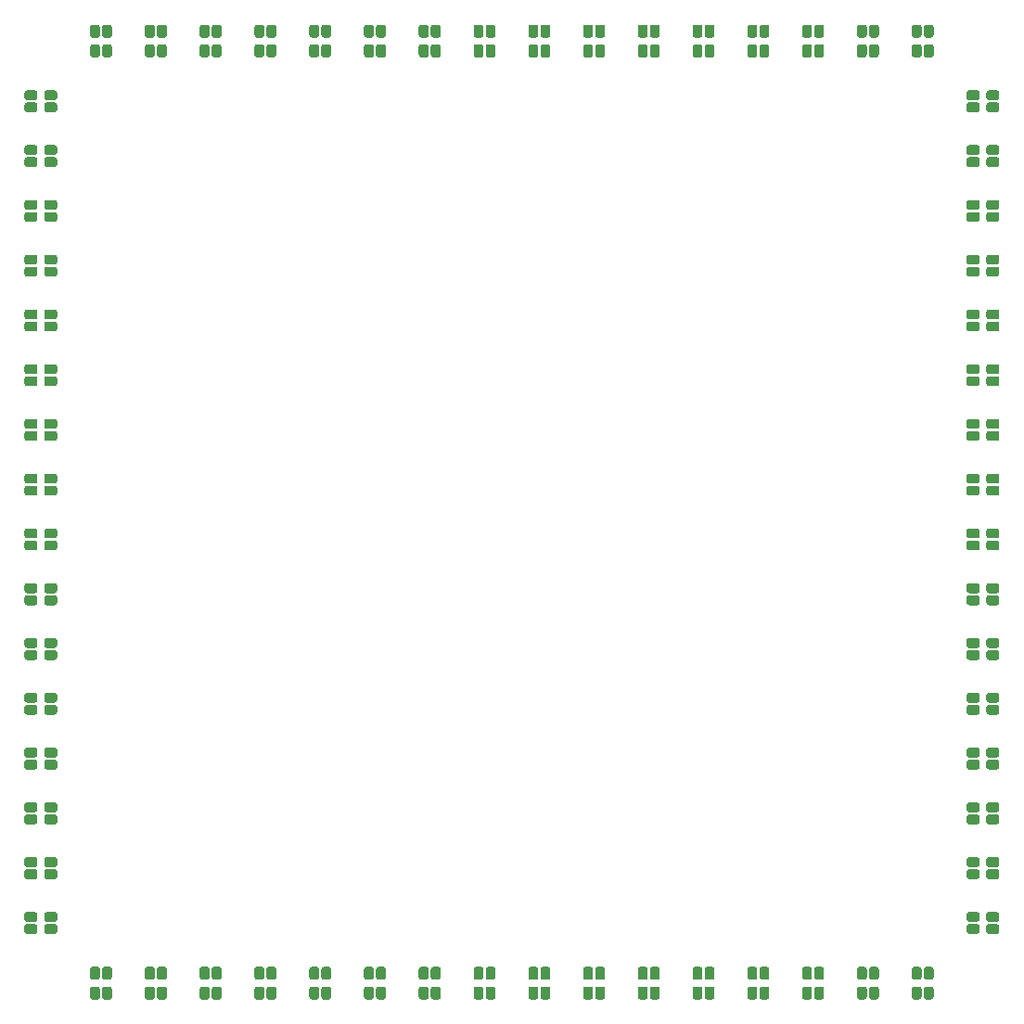
<source format=gbr>
G04 #@! TF.GenerationSoftware,KiCad,Pcbnew,(5.1.6)-1*
G04 #@! TF.CreationDate,2020-12-31T12:37:09+01:00*
G04 #@! TF.ProjectId,XY_LED,58595f4c-4544-42e6-9b69-6361645f7063,rev?*
G04 #@! TF.SameCoordinates,Original*
G04 #@! TF.FileFunction,Paste,Top*
G04 #@! TF.FilePolarity,Positive*
%FSLAX46Y46*%
G04 Gerber Fmt 4.6, Leading zero omitted, Abs format (unit mm)*
G04 Created by KiCad (PCBNEW (5.1.6)-1) date 2020-12-31 12:37:09*
%MOMM*%
%LPD*%
G01*
G04 APERTURE LIST*
G04 APERTURE END LIST*
G36*
G01*
X108275000Y-58500000D02*
X107825000Y-58500000D01*
G75*
G02*
X107600000Y-58275000I0J225000D01*
G01*
X107600000Y-57525000D01*
G75*
G02*
X107825000Y-57300000I225000J0D01*
G01*
X108275000Y-57300000D01*
G75*
G02*
X108500000Y-57525000I0J-225000D01*
G01*
X108500000Y-58275000D01*
G75*
G02*
X108275000Y-58500000I-225000J0D01*
G01*
G37*
G36*
G01*
X108275000Y-56700000D02*
X107825000Y-56700000D01*
G75*
G02*
X107600000Y-56475000I0J225000D01*
G01*
X107600000Y-55725000D01*
G75*
G02*
X107825000Y-55500000I225000J0D01*
G01*
X108275000Y-55500000D01*
G75*
G02*
X108500000Y-55725000I0J-225000D01*
G01*
X108500000Y-56475000D01*
G75*
G02*
X108275000Y-56700000I-225000J0D01*
G01*
G37*
G36*
G01*
X107175000Y-56700000D02*
X106725000Y-56700000D01*
G75*
G02*
X106500000Y-56475000I0J225000D01*
G01*
X106500000Y-55725000D01*
G75*
G02*
X106725000Y-55500000I225000J0D01*
G01*
X107175000Y-55500000D01*
G75*
G02*
X107400000Y-55725000I0J-225000D01*
G01*
X107400000Y-56475000D01*
G75*
G02*
X107175000Y-56700000I-225000J0D01*
G01*
G37*
G36*
G01*
X107175000Y-58500000D02*
X106725000Y-58500000D01*
G75*
G02*
X106500000Y-58275000I0J225000D01*
G01*
X106500000Y-57525000D01*
G75*
G02*
X106725000Y-57300000I225000J0D01*
G01*
X107175000Y-57300000D01*
G75*
G02*
X107400000Y-57525000I0J-225000D01*
G01*
X107400000Y-58275000D01*
G75*
G02*
X107175000Y-58500000I-225000J0D01*
G01*
G37*
G36*
G01*
X73275000Y-58500000D02*
X72825000Y-58500000D01*
G75*
G02*
X72600000Y-58275000I0J225000D01*
G01*
X72600000Y-57525000D01*
G75*
G02*
X72825000Y-57300000I225000J0D01*
G01*
X73275000Y-57300000D01*
G75*
G02*
X73500000Y-57525000I0J-225000D01*
G01*
X73500000Y-58275000D01*
G75*
G02*
X73275000Y-58500000I-225000J0D01*
G01*
G37*
G36*
G01*
X73275000Y-56700000D02*
X72825000Y-56700000D01*
G75*
G02*
X72600000Y-56475000I0J225000D01*
G01*
X72600000Y-55725000D01*
G75*
G02*
X72825000Y-55500000I225000J0D01*
G01*
X73275000Y-55500000D01*
G75*
G02*
X73500000Y-55725000I0J-225000D01*
G01*
X73500000Y-56475000D01*
G75*
G02*
X73275000Y-56700000I-225000J0D01*
G01*
G37*
G36*
G01*
X72175000Y-56700000D02*
X71725000Y-56700000D01*
G75*
G02*
X71500000Y-56475000I0J225000D01*
G01*
X71500000Y-55725000D01*
G75*
G02*
X71725000Y-55500000I225000J0D01*
G01*
X72175000Y-55500000D01*
G75*
G02*
X72400000Y-55725000I0J-225000D01*
G01*
X72400000Y-56475000D01*
G75*
G02*
X72175000Y-56700000I-225000J0D01*
G01*
G37*
G36*
G01*
X72175000Y-58500000D02*
X71725000Y-58500000D01*
G75*
G02*
X71500000Y-58275000I0J225000D01*
G01*
X71500000Y-57525000D01*
G75*
G02*
X71725000Y-57300000I225000J0D01*
G01*
X72175000Y-57300000D01*
G75*
G02*
X72400000Y-57525000I0J-225000D01*
G01*
X72400000Y-58275000D01*
G75*
G02*
X72175000Y-58500000I-225000J0D01*
G01*
G37*
G36*
G01*
X103275000Y-58500000D02*
X102825000Y-58500000D01*
G75*
G02*
X102600000Y-58275000I0J225000D01*
G01*
X102600000Y-57525000D01*
G75*
G02*
X102825000Y-57300000I225000J0D01*
G01*
X103275000Y-57300000D01*
G75*
G02*
X103500000Y-57525000I0J-225000D01*
G01*
X103500000Y-58275000D01*
G75*
G02*
X103275000Y-58500000I-225000J0D01*
G01*
G37*
G36*
G01*
X103275000Y-56700000D02*
X102825000Y-56700000D01*
G75*
G02*
X102600000Y-56475000I0J225000D01*
G01*
X102600000Y-55725000D01*
G75*
G02*
X102825000Y-55500000I225000J0D01*
G01*
X103275000Y-55500000D01*
G75*
G02*
X103500000Y-55725000I0J-225000D01*
G01*
X103500000Y-56475000D01*
G75*
G02*
X103275000Y-56700000I-225000J0D01*
G01*
G37*
G36*
G01*
X102175000Y-56700000D02*
X101725000Y-56700000D01*
G75*
G02*
X101500000Y-56475000I0J225000D01*
G01*
X101500000Y-55725000D01*
G75*
G02*
X101725000Y-55500000I225000J0D01*
G01*
X102175000Y-55500000D01*
G75*
G02*
X102400000Y-55725000I0J-225000D01*
G01*
X102400000Y-56475000D01*
G75*
G02*
X102175000Y-56700000I-225000J0D01*
G01*
G37*
G36*
G01*
X102175000Y-58500000D02*
X101725000Y-58500000D01*
G75*
G02*
X101500000Y-58275000I0J225000D01*
G01*
X101500000Y-57525000D01*
G75*
G02*
X101725000Y-57300000I225000J0D01*
G01*
X102175000Y-57300000D01*
G75*
G02*
X102400000Y-57525000I0J-225000D01*
G01*
X102400000Y-58275000D01*
G75*
G02*
X102175000Y-58500000I-225000J0D01*
G01*
G37*
G36*
G01*
X133275000Y-58500000D02*
X132825000Y-58500000D01*
G75*
G02*
X132600000Y-58275000I0J225000D01*
G01*
X132600000Y-57525000D01*
G75*
G02*
X132825000Y-57300000I225000J0D01*
G01*
X133275000Y-57300000D01*
G75*
G02*
X133500000Y-57525000I0J-225000D01*
G01*
X133500000Y-58275000D01*
G75*
G02*
X133275000Y-58500000I-225000J0D01*
G01*
G37*
G36*
G01*
X133275000Y-56700000D02*
X132825000Y-56700000D01*
G75*
G02*
X132600000Y-56475000I0J225000D01*
G01*
X132600000Y-55725000D01*
G75*
G02*
X132825000Y-55500000I225000J0D01*
G01*
X133275000Y-55500000D01*
G75*
G02*
X133500000Y-55725000I0J-225000D01*
G01*
X133500000Y-56475000D01*
G75*
G02*
X133275000Y-56700000I-225000J0D01*
G01*
G37*
G36*
G01*
X132175000Y-56700000D02*
X131725000Y-56700000D01*
G75*
G02*
X131500000Y-56475000I0J225000D01*
G01*
X131500000Y-55725000D01*
G75*
G02*
X131725000Y-55500000I225000J0D01*
G01*
X132175000Y-55500000D01*
G75*
G02*
X132400000Y-55725000I0J-225000D01*
G01*
X132400000Y-56475000D01*
G75*
G02*
X132175000Y-56700000I-225000J0D01*
G01*
G37*
G36*
G01*
X132175000Y-58500000D02*
X131725000Y-58500000D01*
G75*
G02*
X131500000Y-58275000I0J225000D01*
G01*
X131500000Y-57525000D01*
G75*
G02*
X131725000Y-57300000I225000J0D01*
G01*
X132175000Y-57300000D01*
G75*
G02*
X132400000Y-57525000I0J-225000D01*
G01*
X132400000Y-58275000D01*
G75*
G02*
X132175000Y-58500000I-225000J0D01*
G01*
G37*
G36*
G01*
X98275000Y-58500000D02*
X97825000Y-58500000D01*
G75*
G02*
X97600000Y-58275000I0J225000D01*
G01*
X97600000Y-57525000D01*
G75*
G02*
X97825000Y-57300000I225000J0D01*
G01*
X98275000Y-57300000D01*
G75*
G02*
X98500000Y-57525000I0J-225000D01*
G01*
X98500000Y-58275000D01*
G75*
G02*
X98275000Y-58500000I-225000J0D01*
G01*
G37*
G36*
G01*
X98275000Y-56700000D02*
X97825000Y-56700000D01*
G75*
G02*
X97600000Y-56475000I0J225000D01*
G01*
X97600000Y-55725000D01*
G75*
G02*
X97825000Y-55500000I225000J0D01*
G01*
X98275000Y-55500000D01*
G75*
G02*
X98500000Y-55725000I0J-225000D01*
G01*
X98500000Y-56475000D01*
G75*
G02*
X98275000Y-56700000I-225000J0D01*
G01*
G37*
G36*
G01*
X97175000Y-56700000D02*
X96725000Y-56700000D01*
G75*
G02*
X96500000Y-56475000I0J225000D01*
G01*
X96500000Y-55725000D01*
G75*
G02*
X96725000Y-55500000I225000J0D01*
G01*
X97175000Y-55500000D01*
G75*
G02*
X97400000Y-55725000I0J-225000D01*
G01*
X97400000Y-56475000D01*
G75*
G02*
X97175000Y-56700000I-225000J0D01*
G01*
G37*
G36*
G01*
X97175000Y-58500000D02*
X96725000Y-58500000D01*
G75*
G02*
X96500000Y-58275000I0J225000D01*
G01*
X96500000Y-57525000D01*
G75*
G02*
X96725000Y-57300000I225000J0D01*
G01*
X97175000Y-57300000D01*
G75*
G02*
X97400000Y-57525000I0J-225000D01*
G01*
X97400000Y-58275000D01*
G75*
G02*
X97175000Y-58500000I-225000J0D01*
G01*
G37*
G36*
G01*
X123275000Y-58500000D02*
X122825000Y-58500000D01*
G75*
G02*
X122600000Y-58275000I0J225000D01*
G01*
X122600000Y-57525000D01*
G75*
G02*
X122825000Y-57300000I225000J0D01*
G01*
X123275000Y-57300000D01*
G75*
G02*
X123500000Y-57525000I0J-225000D01*
G01*
X123500000Y-58275000D01*
G75*
G02*
X123275000Y-58500000I-225000J0D01*
G01*
G37*
G36*
G01*
X123275000Y-56700000D02*
X122825000Y-56700000D01*
G75*
G02*
X122600000Y-56475000I0J225000D01*
G01*
X122600000Y-55725000D01*
G75*
G02*
X122825000Y-55500000I225000J0D01*
G01*
X123275000Y-55500000D01*
G75*
G02*
X123500000Y-55725000I0J-225000D01*
G01*
X123500000Y-56475000D01*
G75*
G02*
X123275000Y-56700000I-225000J0D01*
G01*
G37*
G36*
G01*
X122175000Y-56700000D02*
X121725000Y-56700000D01*
G75*
G02*
X121500000Y-56475000I0J225000D01*
G01*
X121500000Y-55725000D01*
G75*
G02*
X121725000Y-55500000I225000J0D01*
G01*
X122175000Y-55500000D01*
G75*
G02*
X122400000Y-55725000I0J-225000D01*
G01*
X122400000Y-56475000D01*
G75*
G02*
X122175000Y-56700000I-225000J0D01*
G01*
G37*
G36*
G01*
X122175000Y-58500000D02*
X121725000Y-58500000D01*
G75*
G02*
X121500000Y-58275000I0J225000D01*
G01*
X121500000Y-57525000D01*
G75*
G02*
X121725000Y-57300000I225000J0D01*
G01*
X122175000Y-57300000D01*
G75*
G02*
X122400000Y-57525000I0J-225000D01*
G01*
X122400000Y-58275000D01*
G75*
G02*
X122175000Y-58500000I-225000J0D01*
G01*
G37*
G36*
G01*
X68275000Y-58500000D02*
X67825000Y-58500000D01*
G75*
G02*
X67600000Y-58275000I0J225000D01*
G01*
X67600000Y-57525000D01*
G75*
G02*
X67825000Y-57300000I225000J0D01*
G01*
X68275000Y-57300000D01*
G75*
G02*
X68500000Y-57525000I0J-225000D01*
G01*
X68500000Y-58275000D01*
G75*
G02*
X68275000Y-58500000I-225000J0D01*
G01*
G37*
G36*
G01*
X68275000Y-56700000D02*
X67825000Y-56700000D01*
G75*
G02*
X67600000Y-56475000I0J225000D01*
G01*
X67600000Y-55725000D01*
G75*
G02*
X67825000Y-55500000I225000J0D01*
G01*
X68275000Y-55500000D01*
G75*
G02*
X68500000Y-55725000I0J-225000D01*
G01*
X68500000Y-56475000D01*
G75*
G02*
X68275000Y-56700000I-225000J0D01*
G01*
G37*
G36*
G01*
X67175000Y-56700000D02*
X66725000Y-56700000D01*
G75*
G02*
X66500000Y-56475000I0J225000D01*
G01*
X66500000Y-55725000D01*
G75*
G02*
X66725000Y-55500000I225000J0D01*
G01*
X67175000Y-55500000D01*
G75*
G02*
X67400000Y-55725000I0J-225000D01*
G01*
X67400000Y-56475000D01*
G75*
G02*
X67175000Y-56700000I-225000J0D01*
G01*
G37*
G36*
G01*
X67175000Y-58500000D02*
X66725000Y-58500000D01*
G75*
G02*
X66500000Y-58275000I0J225000D01*
G01*
X66500000Y-57525000D01*
G75*
G02*
X66725000Y-57300000I225000J0D01*
G01*
X67175000Y-57300000D01*
G75*
G02*
X67400000Y-57525000I0J-225000D01*
G01*
X67400000Y-58275000D01*
G75*
G02*
X67175000Y-58500000I-225000J0D01*
G01*
G37*
G36*
G01*
X113275000Y-58500000D02*
X112825000Y-58500000D01*
G75*
G02*
X112600000Y-58275000I0J225000D01*
G01*
X112600000Y-57525000D01*
G75*
G02*
X112825000Y-57300000I225000J0D01*
G01*
X113275000Y-57300000D01*
G75*
G02*
X113500000Y-57525000I0J-225000D01*
G01*
X113500000Y-58275000D01*
G75*
G02*
X113275000Y-58500000I-225000J0D01*
G01*
G37*
G36*
G01*
X113275000Y-56700000D02*
X112825000Y-56700000D01*
G75*
G02*
X112600000Y-56475000I0J225000D01*
G01*
X112600000Y-55725000D01*
G75*
G02*
X112825000Y-55500000I225000J0D01*
G01*
X113275000Y-55500000D01*
G75*
G02*
X113500000Y-55725000I0J-225000D01*
G01*
X113500000Y-56475000D01*
G75*
G02*
X113275000Y-56700000I-225000J0D01*
G01*
G37*
G36*
G01*
X112175000Y-56700000D02*
X111725000Y-56700000D01*
G75*
G02*
X111500000Y-56475000I0J225000D01*
G01*
X111500000Y-55725000D01*
G75*
G02*
X111725000Y-55500000I225000J0D01*
G01*
X112175000Y-55500000D01*
G75*
G02*
X112400000Y-55725000I0J-225000D01*
G01*
X112400000Y-56475000D01*
G75*
G02*
X112175000Y-56700000I-225000J0D01*
G01*
G37*
G36*
G01*
X112175000Y-58500000D02*
X111725000Y-58500000D01*
G75*
G02*
X111500000Y-58275000I0J225000D01*
G01*
X111500000Y-57525000D01*
G75*
G02*
X111725000Y-57300000I225000J0D01*
G01*
X112175000Y-57300000D01*
G75*
G02*
X112400000Y-57525000I0J-225000D01*
G01*
X112400000Y-58275000D01*
G75*
G02*
X112175000Y-58500000I-225000J0D01*
G01*
G37*
G36*
G01*
X118275000Y-58500000D02*
X117825000Y-58500000D01*
G75*
G02*
X117600000Y-58275000I0J225000D01*
G01*
X117600000Y-57525000D01*
G75*
G02*
X117825000Y-57300000I225000J0D01*
G01*
X118275000Y-57300000D01*
G75*
G02*
X118500000Y-57525000I0J-225000D01*
G01*
X118500000Y-58275000D01*
G75*
G02*
X118275000Y-58500000I-225000J0D01*
G01*
G37*
G36*
G01*
X118275000Y-56700000D02*
X117825000Y-56700000D01*
G75*
G02*
X117600000Y-56475000I0J225000D01*
G01*
X117600000Y-55725000D01*
G75*
G02*
X117825000Y-55500000I225000J0D01*
G01*
X118275000Y-55500000D01*
G75*
G02*
X118500000Y-55725000I0J-225000D01*
G01*
X118500000Y-56475000D01*
G75*
G02*
X118275000Y-56700000I-225000J0D01*
G01*
G37*
G36*
G01*
X117175000Y-56700000D02*
X116725000Y-56700000D01*
G75*
G02*
X116500000Y-56475000I0J225000D01*
G01*
X116500000Y-55725000D01*
G75*
G02*
X116725000Y-55500000I225000J0D01*
G01*
X117175000Y-55500000D01*
G75*
G02*
X117400000Y-55725000I0J-225000D01*
G01*
X117400000Y-56475000D01*
G75*
G02*
X117175000Y-56700000I-225000J0D01*
G01*
G37*
G36*
G01*
X117175000Y-58500000D02*
X116725000Y-58500000D01*
G75*
G02*
X116500000Y-58275000I0J225000D01*
G01*
X116500000Y-57525000D01*
G75*
G02*
X116725000Y-57300000I225000J0D01*
G01*
X117175000Y-57300000D01*
G75*
G02*
X117400000Y-57525000I0J-225000D01*
G01*
X117400000Y-58275000D01*
G75*
G02*
X117175000Y-58500000I-225000J0D01*
G01*
G37*
G36*
G01*
X128275000Y-58500000D02*
X127825000Y-58500000D01*
G75*
G02*
X127600000Y-58275000I0J225000D01*
G01*
X127600000Y-57525000D01*
G75*
G02*
X127825000Y-57300000I225000J0D01*
G01*
X128275000Y-57300000D01*
G75*
G02*
X128500000Y-57525000I0J-225000D01*
G01*
X128500000Y-58275000D01*
G75*
G02*
X128275000Y-58500000I-225000J0D01*
G01*
G37*
G36*
G01*
X128275000Y-56700000D02*
X127825000Y-56700000D01*
G75*
G02*
X127600000Y-56475000I0J225000D01*
G01*
X127600000Y-55725000D01*
G75*
G02*
X127825000Y-55500000I225000J0D01*
G01*
X128275000Y-55500000D01*
G75*
G02*
X128500000Y-55725000I0J-225000D01*
G01*
X128500000Y-56475000D01*
G75*
G02*
X128275000Y-56700000I-225000J0D01*
G01*
G37*
G36*
G01*
X127175000Y-56700000D02*
X126725000Y-56700000D01*
G75*
G02*
X126500000Y-56475000I0J225000D01*
G01*
X126500000Y-55725000D01*
G75*
G02*
X126725000Y-55500000I225000J0D01*
G01*
X127175000Y-55500000D01*
G75*
G02*
X127400000Y-55725000I0J-225000D01*
G01*
X127400000Y-56475000D01*
G75*
G02*
X127175000Y-56700000I-225000J0D01*
G01*
G37*
G36*
G01*
X127175000Y-58500000D02*
X126725000Y-58500000D01*
G75*
G02*
X126500000Y-58275000I0J225000D01*
G01*
X126500000Y-57525000D01*
G75*
G02*
X126725000Y-57300000I225000J0D01*
G01*
X127175000Y-57300000D01*
G75*
G02*
X127400000Y-57525000I0J-225000D01*
G01*
X127400000Y-58275000D01*
G75*
G02*
X127175000Y-58500000I-225000J0D01*
G01*
G37*
G36*
G01*
X138275000Y-58500000D02*
X137825000Y-58500000D01*
G75*
G02*
X137600000Y-58275000I0J225000D01*
G01*
X137600000Y-57525000D01*
G75*
G02*
X137825000Y-57300000I225000J0D01*
G01*
X138275000Y-57300000D01*
G75*
G02*
X138500000Y-57525000I0J-225000D01*
G01*
X138500000Y-58275000D01*
G75*
G02*
X138275000Y-58500000I-225000J0D01*
G01*
G37*
G36*
G01*
X138275000Y-56700000D02*
X137825000Y-56700000D01*
G75*
G02*
X137600000Y-56475000I0J225000D01*
G01*
X137600000Y-55725000D01*
G75*
G02*
X137825000Y-55500000I225000J0D01*
G01*
X138275000Y-55500000D01*
G75*
G02*
X138500000Y-55725000I0J-225000D01*
G01*
X138500000Y-56475000D01*
G75*
G02*
X138275000Y-56700000I-225000J0D01*
G01*
G37*
G36*
G01*
X137175000Y-56700000D02*
X136725000Y-56700000D01*
G75*
G02*
X136500000Y-56475000I0J225000D01*
G01*
X136500000Y-55725000D01*
G75*
G02*
X136725000Y-55500000I225000J0D01*
G01*
X137175000Y-55500000D01*
G75*
G02*
X137400000Y-55725000I0J-225000D01*
G01*
X137400000Y-56475000D01*
G75*
G02*
X137175000Y-56700000I-225000J0D01*
G01*
G37*
G36*
G01*
X137175000Y-58500000D02*
X136725000Y-58500000D01*
G75*
G02*
X136500000Y-58275000I0J225000D01*
G01*
X136500000Y-57525000D01*
G75*
G02*
X136725000Y-57300000I225000J0D01*
G01*
X137175000Y-57300000D01*
G75*
G02*
X137400000Y-57525000I0J-225000D01*
G01*
X137400000Y-58275000D01*
G75*
G02*
X137175000Y-58500000I-225000J0D01*
G01*
G37*
G36*
G01*
X83275000Y-58500000D02*
X82825000Y-58500000D01*
G75*
G02*
X82600000Y-58275000I0J225000D01*
G01*
X82600000Y-57525000D01*
G75*
G02*
X82825000Y-57300000I225000J0D01*
G01*
X83275000Y-57300000D01*
G75*
G02*
X83500000Y-57525000I0J-225000D01*
G01*
X83500000Y-58275000D01*
G75*
G02*
X83275000Y-58500000I-225000J0D01*
G01*
G37*
G36*
G01*
X83275000Y-56700000D02*
X82825000Y-56700000D01*
G75*
G02*
X82600000Y-56475000I0J225000D01*
G01*
X82600000Y-55725000D01*
G75*
G02*
X82825000Y-55500000I225000J0D01*
G01*
X83275000Y-55500000D01*
G75*
G02*
X83500000Y-55725000I0J-225000D01*
G01*
X83500000Y-56475000D01*
G75*
G02*
X83275000Y-56700000I-225000J0D01*
G01*
G37*
G36*
G01*
X82175000Y-56700000D02*
X81725000Y-56700000D01*
G75*
G02*
X81500000Y-56475000I0J225000D01*
G01*
X81500000Y-55725000D01*
G75*
G02*
X81725000Y-55500000I225000J0D01*
G01*
X82175000Y-55500000D01*
G75*
G02*
X82400000Y-55725000I0J-225000D01*
G01*
X82400000Y-56475000D01*
G75*
G02*
X82175000Y-56700000I-225000J0D01*
G01*
G37*
G36*
G01*
X82175000Y-58500000D02*
X81725000Y-58500000D01*
G75*
G02*
X81500000Y-58275000I0J225000D01*
G01*
X81500000Y-57525000D01*
G75*
G02*
X81725000Y-57300000I225000J0D01*
G01*
X82175000Y-57300000D01*
G75*
G02*
X82400000Y-57525000I0J-225000D01*
G01*
X82400000Y-58275000D01*
G75*
G02*
X82175000Y-58500000I-225000J0D01*
G01*
G37*
G36*
G01*
X88275000Y-58500000D02*
X87825000Y-58500000D01*
G75*
G02*
X87600000Y-58275000I0J225000D01*
G01*
X87600000Y-57525000D01*
G75*
G02*
X87825000Y-57300000I225000J0D01*
G01*
X88275000Y-57300000D01*
G75*
G02*
X88500000Y-57525000I0J-225000D01*
G01*
X88500000Y-58275000D01*
G75*
G02*
X88275000Y-58500000I-225000J0D01*
G01*
G37*
G36*
G01*
X88275000Y-56700000D02*
X87825000Y-56700000D01*
G75*
G02*
X87600000Y-56475000I0J225000D01*
G01*
X87600000Y-55725000D01*
G75*
G02*
X87825000Y-55500000I225000J0D01*
G01*
X88275000Y-55500000D01*
G75*
G02*
X88500000Y-55725000I0J-225000D01*
G01*
X88500000Y-56475000D01*
G75*
G02*
X88275000Y-56700000I-225000J0D01*
G01*
G37*
G36*
G01*
X87175000Y-56700000D02*
X86725000Y-56700000D01*
G75*
G02*
X86500000Y-56475000I0J225000D01*
G01*
X86500000Y-55725000D01*
G75*
G02*
X86725000Y-55500000I225000J0D01*
G01*
X87175000Y-55500000D01*
G75*
G02*
X87400000Y-55725000I0J-225000D01*
G01*
X87400000Y-56475000D01*
G75*
G02*
X87175000Y-56700000I-225000J0D01*
G01*
G37*
G36*
G01*
X87175000Y-58500000D02*
X86725000Y-58500000D01*
G75*
G02*
X86500000Y-58275000I0J225000D01*
G01*
X86500000Y-57525000D01*
G75*
G02*
X86725000Y-57300000I225000J0D01*
G01*
X87175000Y-57300000D01*
G75*
G02*
X87400000Y-57525000I0J-225000D01*
G01*
X87400000Y-58275000D01*
G75*
G02*
X87175000Y-58500000I-225000J0D01*
G01*
G37*
G36*
G01*
X93275000Y-58500000D02*
X92825000Y-58500000D01*
G75*
G02*
X92600000Y-58275000I0J225000D01*
G01*
X92600000Y-57525000D01*
G75*
G02*
X92825000Y-57300000I225000J0D01*
G01*
X93275000Y-57300000D01*
G75*
G02*
X93500000Y-57525000I0J-225000D01*
G01*
X93500000Y-58275000D01*
G75*
G02*
X93275000Y-58500000I-225000J0D01*
G01*
G37*
G36*
G01*
X93275000Y-56700000D02*
X92825000Y-56700000D01*
G75*
G02*
X92600000Y-56475000I0J225000D01*
G01*
X92600000Y-55725000D01*
G75*
G02*
X92825000Y-55500000I225000J0D01*
G01*
X93275000Y-55500000D01*
G75*
G02*
X93500000Y-55725000I0J-225000D01*
G01*
X93500000Y-56475000D01*
G75*
G02*
X93275000Y-56700000I-225000J0D01*
G01*
G37*
G36*
G01*
X92175000Y-56700000D02*
X91725000Y-56700000D01*
G75*
G02*
X91500000Y-56475000I0J225000D01*
G01*
X91500000Y-55725000D01*
G75*
G02*
X91725000Y-55500000I225000J0D01*
G01*
X92175000Y-55500000D01*
G75*
G02*
X92400000Y-55725000I0J-225000D01*
G01*
X92400000Y-56475000D01*
G75*
G02*
X92175000Y-56700000I-225000J0D01*
G01*
G37*
G36*
G01*
X92175000Y-58500000D02*
X91725000Y-58500000D01*
G75*
G02*
X91500000Y-58275000I0J225000D01*
G01*
X91500000Y-57525000D01*
G75*
G02*
X91725000Y-57300000I225000J0D01*
G01*
X92175000Y-57300000D01*
G75*
G02*
X92400000Y-57525000I0J-225000D01*
G01*
X92400000Y-58275000D01*
G75*
G02*
X92175000Y-58500000I-225000J0D01*
G01*
G37*
G36*
G01*
X63275000Y-58500000D02*
X62825000Y-58500000D01*
G75*
G02*
X62600000Y-58275000I0J225000D01*
G01*
X62600000Y-57525000D01*
G75*
G02*
X62825000Y-57300000I225000J0D01*
G01*
X63275000Y-57300000D01*
G75*
G02*
X63500000Y-57525000I0J-225000D01*
G01*
X63500000Y-58275000D01*
G75*
G02*
X63275000Y-58500000I-225000J0D01*
G01*
G37*
G36*
G01*
X63275000Y-56700000D02*
X62825000Y-56700000D01*
G75*
G02*
X62600000Y-56475000I0J225000D01*
G01*
X62600000Y-55725000D01*
G75*
G02*
X62825000Y-55500000I225000J0D01*
G01*
X63275000Y-55500000D01*
G75*
G02*
X63500000Y-55725000I0J-225000D01*
G01*
X63500000Y-56475000D01*
G75*
G02*
X63275000Y-56700000I-225000J0D01*
G01*
G37*
G36*
G01*
X62175000Y-56700000D02*
X61725000Y-56700000D01*
G75*
G02*
X61500000Y-56475000I0J225000D01*
G01*
X61500000Y-55725000D01*
G75*
G02*
X61725000Y-55500000I225000J0D01*
G01*
X62175000Y-55500000D01*
G75*
G02*
X62400000Y-55725000I0J-225000D01*
G01*
X62400000Y-56475000D01*
G75*
G02*
X62175000Y-56700000I-225000J0D01*
G01*
G37*
G36*
G01*
X62175000Y-58500000D02*
X61725000Y-58500000D01*
G75*
G02*
X61500000Y-58275000I0J225000D01*
G01*
X61500000Y-57525000D01*
G75*
G02*
X61725000Y-57300000I225000J0D01*
G01*
X62175000Y-57300000D01*
G75*
G02*
X62400000Y-57525000I0J-225000D01*
G01*
X62400000Y-58275000D01*
G75*
G02*
X62175000Y-58500000I-225000J0D01*
G01*
G37*
G36*
G01*
X78275000Y-58500000D02*
X77825000Y-58500000D01*
G75*
G02*
X77600000Y-58275000I0J225000D01*
G01*
X77600000Y-57525000D01*
G75*
G02*
X77825000Y-57300000I225000J0D01*
G01*
X78275000Y-57300000D01*
G75*
G02*
X78500000Y-57525000I0J-225000D01*
G01*
X78500000Y-58275000D01*
G75*
G02*
X78275000Y-58500000I-225000J0D01*
G01*
G37*
G36*
G01*
X78275000Y-56700000D02*
X77825000Y-56700000D01*
G75*
G02*
X77600000Y-56475000I0J225000D01*
G01*
X77600000Y-55725000D01*
G75*
G02*
X77825000Y-55500000I225000J0D01*
G01*
X78275000Y-55500000D01*
G75*
G02*
X78500000Y-55725000I0J-225000D01*
G01*
X78500000Y-56475000D01*
G75*
G02*
X78275000Y-56700000I-225000J0D01*
G01*
G37*
G36*
G01*
X77175000Y-56700000D02*
X76725000Y-56700000D01*
G75*
G02*
X76500000Y-56475000I0J225000D01*
G01*
X76500000Y-55725000D01*
G75*
G02*
X76725000Y-55500000I225000J0D01*
G01*
X77175000Y-55500000D01*
G75*
G02*
X77400000Y-55725000I0J-225000D01*
G01*
X77400000Y-56475000D01*
G75*
G02*
X77175000Y-56700000I-225000J0D01*
G01*
G37*
G36*
G01*
X77175000Y-58500000D02*
X76725000Y-58500000D01*
G75*
G02*
X76500000Y-58275000I0J225000D01*
G01*
X76500000Y-57525000D01*
G75*
G02*
X76725000Y-57300000I225000J0D01*
G01*
X77175000Y-57300000D01*
G75*
G02*
X77400000Y-57525000I0J-225000D01*
G01*
X77400000Y-58275000D01*
G75*
G02*
X77175000Y-58500000I-225000J0D01*
G01*
G37*
G36*
G01*
X141500000Y-78275000D02*
X141500000Y-77825000D01*
G75*
G02*
X141725000Y-77600000I225000J0D01*
G01*
X142475000Y-77600000D01*
G75*
G02*
X142700000Y-77825000I0J-225000D01*
G01*
X142700000Y-78275000D01*
G75*
G02*
X142475000Y-78500000I-225000J0D01*
G01*
X141725000Y-78500000D01*
G75*
G02*
X141500000Y-78275000I0J225000D01*
G01*
G37*
G36*
G01*
X143300000Y-78275000D02*
X143300000Y-77825000D01*
G75*
G02*
X143525000Y-77600000I225000J0D01*
G01*
X144275000Y-77600000D01*
G75*
G02*
X144500000Y-77825000I0J-225000D01*
G01*
X144500000Y-78275000D01*
G75*
G02*
X144275000Y-78500000I-225000J0D01*
G01*
X143525000Y-78500000D01*
G75*
G02*
X143300000Y-78275000I0J225000D01*
G01*
G37*
G36*
G01*
X143300000Y-77175000D02*
X143300000Y-76725000D01*
G75*
G02*
X143525000Y-76500000I225000J0D01*
G01*
X144275000Y-76500000D01*
G75*
G02*
X144500000Y-76725000I0J-225000D01*
G01*
X144500000Y-77175000D01*
G75*
G02*
X144275000Y-77400000I-225000J0D01*
G01*
X143525000Y-77400000D01*
G75*
G02*
X143300000Y-77175000I0J225000D01*
G01*
G37*
G36*
G01*
X141500000Y-77175000D02*
X141500000Y-76725000D01*
G75*
G02*
X141725000Y-76500000I225000J0D01*
G01*
X142475000Y-76500000D01*
G75*
G02*
X142700000Y-76725000I0J-225000D01*
G01*
X142700000Y-77175000D01*
G75*
G02*
X142475000Y-77400000I-225000J0D01*
G01*
X141725000Y-77400000D01*
G75*
G02*
X141500000Y-77175000I0J225000D01*
G01*
G37*
G36*
G01*
X141500000Y-68275000D02*
X141500000Y-67825000D01*
G75*
G02*
X141725000Y-67600000I225000J0D01*
G01*
X142475000Y-67600000D01*
G75*
G02*
X142700000Y-67825000I0J-225000D01*
G01*
X142700000Y-68275000D01*
G75*
G02*
X142475000Y-68500000I-225000J0D01*
G01*
X141725000Y-68500000D01*
G75*
G02*
X141500000Y-68275000I0J225000D01*
G01*
G37*
G36*
G01*
X143300000Y-68275000D02*
X143300000Y-67825000D01*
G75*
G02*
X143525000Y-67600000I225000J0D01*
G01*
X144275000Y-67600000D01*
G75*
G02*
X144500000Y-67825000I0J-225000D01*
G01*
X144500000Y-68275000D01*
G75*
G02*
X144275000Y-68500000I-225000J0D01*
G01*
X143525000Y-68500000D01*
G75*
G02*
X143300000Y-68275000I0J225000D01*
G01*
G37*
G36*
G01*
X143300000Y-67175000D02*
X143300000Y-66725000D01*
G75*
G02*
X143525000Y-66500000I225000J0D01*
G01*
X144275000Y-66500000D01*
G75*
G02*
X144500000Y-66725000I0J-225000D01*
G01*
X144500000Y-67175000D01*
G75*
G02*
X144275000Y-67400000I-225000J0D01*
G01*
X143525000Y-67400000D01*
G75*
G02*
X143300000Y-67175000I0J225000D01*
G01*
G37*
G36*
G01*
X141500000Y-67175000D02*
X141500000Y-66725000D01*
G75*
G02*
X141725000Y-66500000I225000J0D01*
G01*
X142475000Y-66500000D01*
G75*
G02*
X142700000Y-66725000I0J-225000D01*
G01*
X142700000Y-67175000D01*
G75*
G02*
X142475000Y-67400000I-225000J0D01*
G01*
X141725000Y-67400000D01*
G75*
G02*
X141500000Y-67175000I0J225000D01*
G01*
G37*
G36*
G01*
X141500000Y-73275000D02*
X141500000Y-72825000D01*
G75*
G02*
X141725000Y-72600000I225000J0D01*
G01*
X142475000Y-72600000D01*
G75*
G02*
X142700000Y-72825000I0J-225000D01*
G01*
X142700000Y-73275000D01*
G75*
G02*
X142475000Y-73500000I-225000J0D01*
G01*
X141725000Y-73500000D01*
G75*
G02*
X141500000Y-73275000I0J225000D01*
G01*
G37*
G36*
G01*
X143300000Y-73275000D02*
X143300000Y-72825000D01*
G75*
G02*
X143525000Y-72600000I225000J0D01*
G01*
X144275000Y-72600000D01*
G75*
G02*
X144500000Y-72825000I0J-225000D01*
G01*
X144500000Y-73275000D01*
G75*
G02*
X144275000Y-73500000I-225000J0D01*
G01*
X143525000Y-73500000D01*
G75*
G02*
X143300000Y-73275000I0J225000D01*
G01*
G37*
G36*
G01*
X143300000Y-72175000D02*
X143300000Y-71725000D01*
G75*
G02*
X143525000Y-71500000I225000J0D01*
G01*
X144275000Y-71500000D01*
G75*
G02*
X144500000Y-71725000I0J-225000D01*
G01*
X144500000Y-72175000D01*
G75*
G02*
X144275000Y-72400000I-225000J0D01*
G01*
X143525000Y-72400000D01*
G75*
G02*
X143300000Y-72175000I0J225000D01*
G01*
G37*
G36*
G01*
X141500000Y-72175000D02*
X141500000Y-71725000D01*
G75*
G02*
X141725000Y-71500000I225000J0D01*
G01*
X142475000Y-71500000D01*
G75*
G02*
X142700000Y-71725000I0J-225000D01*
G01*
X142700000Y-72175000D01*
G75*
G02*
X142475000Y-72400000I-225000J0D01*
G01*
X141725000Y-72400000D01*
G75*
G02*
X141500000Y-72175000I0J225000D01*
G01*
G37*
G36*
G01*
X141500000Y-63275000D02*
X141500000Y-62825000D01*
G75*
G02*
X141725000Y-62600000I225000J0D01*
G01*
X142475000Y-62600000D01*
G75*
G02*
X142700000Y-62825000I0J-225000D01*
G01*
X142700000Y-63275000D01*
G75*
G02*
X142475000Y-63500000I-225000J0D01*
G01*
X141725000Y-63500000D01*
G75*
G02*
X141500000Y-63275000I0J225000D01*
G01*
G37*
G36*
G01*
X143300000Y-63275000D02*
X143300000Y-62825000D01*
G75*
G02*
X143525000Y-62600000I225000J0D01*
G01*
X144275000Y-62600000D01*
G75*
G02*
X144500000Y-62825000I0J-225000D01*
G01*
X144500000Y-63275000D01*
G75*
G02*
X144275000Y-63500000I-225000J0D01*
G01*
X143525000Y-63500000D01*
G75*
G02*
X143300000Y-63275000I0J225000D01*
G01*
G37*
G36*
G01*
X143300000Y-62175000D02*
X143300000Y-61725000D01*
G75*
G02*
X143525000Y-61500000I225000J0D01*
G01*
X144275000Y-61500000D01*
G75*
G02*
X144500000Y-61725000I0J-225000D01*
G01*
X144500000Y-62175000D01*
G75*
G02*
X144275000Y-62400000I-225000J0D01*
G01*
X143525000Y-62400000D01*
G75*
G02*
X143300000Y-62175000I0J225000D01*
G01*
G37*
G36*
G01*
X141500000Y-62175000D02*
X141500000Y-61725000D01*
G75*
G02*
X141725000Y-61500000I225000J0D01*
G01*
X142475000Y-61500000D01*
G75*
G02*
X142700000Y-61725000I0J-225000D01*
G01*
X142700000Y-62175000D01*
G75*
G02*
X142475000Y-62400000I-225000J0D01*
G01*
X141725000Y-62400000D01*
G75*
G02*
X141500000Y-62175000I0J225000D01*
G01*
G37*
G36*
G01*
X141500000Y-108275000D02*
X141500000Y-107825000D01*
G75*
G02*
X141725000Y-107600000I225000J0D01*
G01*
X142475000Y-107600000D01*
G75*
G02*
X142700000Y-107825000I0J-225000D01*
G01*
X142700000Y-108275000D01*
G75*
G02*
X142475000Y-108500000I-225000J0D01*
G01*
X141725000Y-108500000D01*
G75*
G02*
X141500000Y-108275000I0J225000D01*
G01*
G37*
G36*
G01*
X143300000Y-108275000D02*
X143300000Y-107825000D01*
G75*
G02*
X143525000Y-107600000I225000J0D01*
G01*
X144275000Y-107600000D01*
G75*
G02*
X144500000Y-107825000I0J-225000D01*
G01*
X144500000Y-108275000D01*
G75*
G02*
X144275000Y-108500000I-225000J0D01*
G01*
X143525000Y-108500000D01*
G75*
G02*
X143300000Y-108275000I0J225000D01*
G01*
G37*
G36*
G01*
X143300000Y-107175000D02*
X143300000Y-106725000D01*
G75*
G02*
X143525000Y-106500000I225000J0D01*
G01*
X144275000Y-106500000D01*
G75*
G02*
X144500000Y-106725000I0J-225000D01*
G01*
X144500000Y-107175000D01*
G75*
G02*
X144275000Y-107400000I-225000J0D01*
G01*
X143525000Y-107400000D01*
G75*
G02*
X143300000Y-107175000I0J225000D01*
G01*
G37*
G36*
G01*
X141500000Y-107175000D02*
X141500000Y-106725000D01*
G75*
G02*
X141725000Y-106500000I225000J0D01*
G01*
X142475000Y-106500000D01*
G75*
G02*
X142700000Y-106725000I0J-225000D01*
G01*
X142700000Y-107175000D01*
G75*
G02*
X142475000Y-107400000I-225000J0D01*
G01*
X141725000Y-107400000D01*
G75*
G02*
X141500000Y-107175000I0J225000D01*
G01*
G37*
G36*
G01*
X141500000Y-113275000D02*
X141500000Y-112825000D01*
G75*
G02*
X141725000Y-112600000I225000J0D01*
G01*
X142475000Y-112600000D01*
G75*
G02*
X142700000Y-112825000I0J-225000D01*
G01*
X142700000Y-113275000D01*
G75*
G02*
X142475000Y-113500000I-225000J0D01*
G01*
X141725000Y-113500000D01*
G75*
G02*
X141500000Y-113275000I0J225000D01*
G01*
G37*
G36*
G01*
X143300000Y-113275000D02*
X143300000Y-112825000D01*
G75*
G02*
X143525000Y-112600000I225000J0D01*
G01*
X144275000Y-112600000D01*
G75*
G02*
X144500000Y-112825000I0J-225000D01*
G01*
X144500000Y-113275000D01*
G75*
G02*
X144275000Y-113500000I-225000J0D01*
G01*
X143525000Y-113500000D01*
G75*
G02*
X143300000Y-113275000I0J225000D01*
G01*
G37*
G36*
G01*
X143300000Y-112175000D02*
X143300000Y-111725000D01*
G75*
G02*
X143525000Y-111500000I225000J0D01*
G01*
X144275000Y-111500000D01*
G75*
G02*
X144500000Y-111725000I0J-225000D01*
G01*
X144500000Y-112175000D01*
G75*
G02*
X144275000Y-112400000I-225000J0D01*
G01*
X143525000Y-112400000D01*
G75*
G02*
X143300000Y-112175000I0J225000D01*
G01*
G37*
G36*
G01*
X141500000Y-112175000D02*
X141500000Y-111725000D01*
G75*
G02*
X141725000Y-111500000I225000J0D01*
G01*
X142475000Y-111500000D01*
G75*
G02*
X142700000Y-111725000I0J-225000D01*
G01*
X142700000Y-112175000D01*
G75*
G02*
X142475000Y-112400000I-225000J0D01*
G01*
X141725000Y-112400000D01*
G75*
G02*
X141500000Y-112175000I0J225000D01*
G01*
G37*
G36*
G01*
X141500000Y-118275000D02*
X141500000Y-117825000D01*
G75*
G02*
X141725000Y-117600000I225000J0D01*
G01*
X142475000Y-117600000D01*
G75*
G02*
X142700000Y-117825000I0J-225000D01*
G01*
X142700000Y-118275000D01*
G75*
G02*
X142475000Y-118500000I-225000J0D01*
G01*
X141725000Y-118500000D01*
G75*
G02*
X141500000Y-118275000I0J225000D01*
G01*
G37*
G36*
G01*
X143300000Y-118275000D02*
X143300000Y-117825000D01*
G75*
G02*
X143525000Y-117600000I225000J0D01*
G01*
X144275000Y-117600000D01*
G75*
G02*
X144500000Y-117825000I0J-225000D01*
G01*
X144500000Y-118275000D01*
G75*
G02*
X144275000Y-118500000I-225000J0D01*
G01*
X143525000Y-118500000D01*
G75*
G02*
X143300000Y-118275000I0J225000D01*
G01*
G37*
G36*
G01*
X143300000Y-117175000D02*
X143300000Y-116725000D01*
G75*
G02*
X143525000Y-116500000I225000J0D01*
G01*
X144275000Y-116500000D01*
G75*
G02*
X144500000Y-116725000I0J-225000D01*
G01*
X144500000Y-117175000D01*
G75*
G02*
X144275000Y-117400000I-225000J0D01*
G01*
X143525000Y-117400000D01*
G75*
G02*
X143300000Y-117175000I0J225000D01*
G01*
G37*
G36*
G01*
X141500000Y-117175000D02*
X141500000Y-116725000D01*
G75*
G02*
X141725000Y-116500000I225000J0D01*
G01*
X142475000Y-116500000D01*
G75*
G02*
X142700000Y-116725000I0J-225000D01*
G01*
X142700000Y-117175000D01*
G75*
G02*
X142475000Y-117400000I-225000J0D01*
G01*
X141725000Y-117400000D01*
G75*
G02*
X141500000Y-117175000I0J225000D01*
G01*
G37*
G36*
G01*
X141500000Y-123275000D02*
X141500000Y-122825000D01*
G75*
G02*
X141725000Y-122600000I225000J0D01*
G01*
X142475000Y-122600000D01*
G75*
G02*
X142700000Y-122825000I0J-225000D01*
G01*
X142700000Y-123275000D01*
G75*
G02*
X142475000Y-123500000I-225000J0D01*
G01*
X141725000Y-123500000D01*
G75*
G02*
X141500000Y-123275000I0J225000D01*
G01*
G37*
G36*
G01*
X143300000Y-123275000D02*
X143300000Y-122825000D01*
G75*
G02*
X143525000Y-122600000I225000J0D01*
G01*
X144275000Y-122600000D01*
G75*
G02*
X144500000Y-122825000I0J-225000D01*
G01*
X144500000Y-123275000D01*
G75*
G02*
X144275000Y-123500000I-225000J0D01*
G01*
X143525000Y-123500000D01*
G75*
G02*
X143300000Y-123275000I0J225000D01*
G01*
G37*
G36*
G01*
X143300000Y-122175000D02*
X143300000Y-121725000D01*
G75*
G02*
X143525000Y-121500000I225000J0D01*
G01*
X144275000Y-121500000D01*
G75*
G02*
X144500000Y-121725000I0J-225000D01*
G01*
X144500000Y-122175000D01*
G75*
G02*
X144275000Y-122400000I-225000J0D01*
G01*
X143525000Y-122400000D01*
G75*
G02*
X143300000Y-122175000I0J225000D01*
G01*
G37*
G36*
G01*
X141500000Y-122175000D02*
X141500000Y-121725000D01*
G75*
G02*
X141725000Y-121500000I225000J0D01*
G01*
X142475000Y-121500000D01*
G75*
G02*
X142700000Y-121725000I0J-225000D01*
G01*
X142700000Y-122175000D01*
G75*
G02*
X142475000Y-122400000I-225000J0D01*
G01*
X141725000Y-122400000D01*
G75*
G02*
X141500000Y-122175000I0J225000D01*
G01*
G37*
G36*
G01*
X141500000Y-128275000D02*
X141500000Y-127825000D01*
G75*
G02*
X141725000Y-127600000I225000J0D01*
G01*
X142475000Y-127600000D01*
G75*
G02*
X142700000Y-127825000I0J-225000D01*
G01*
X142700000Y-128275000D01*
G75*
G02*
X142475000Y-128500000I-225000J0D01*
G01*
X141725000Y-128500000D01*
G75*
G02*
X141500000Y-128275000I0J225000D01*
G01*
G37*
G36*
G01*
X143300000Y-128275000D02*
X143300000Y-127825000D01*
G75*
G02*
X143525000Y-127600000I225000J0D01*
G01*
X144275000Y-127600000D01*
G75*
G02*
X144500000Y-127825000I0J-225000D01*
G01*
X144500000Y-128275000D01*
G75*
G02*
X144275000Y-128500000I-225000J0D01*
G01*
X143525000Y-128500000D01*
G75*
G02*
X143300000Y-128275000I0J225000D01*
G01*
G37*
G36*
G01*
X143300000Y-127175000D02*
X143300000Y-126725000D01*
G75*
G02*
X143525000Y-126500000I225000J0D01*
G01*
X144275000Y-126500000D01*
G75*
G02*
X144500000Y-126725000I0J-225000D01*
G01*
X144500000Y-127175000D01*
G75*
G02*
X144275000Y-127400000I-225000J0D01*
G01*
X143525000Y-127400000D01*
G75*
G02*
X143300000Y-127175000I0J225000D01*
G01*
G37*
G36*
G01*
X141500000Y-127175000D02*
X141500000Y-126725000D01*
G75*
G02*
X141725000Y-126500000I225000J0D01*
G01*
X142475000Y-126500000D01*
G75*
G02*
X142700000Y-126725000I0J-225000D01*
G01*
X142700000Y-127175000D01*
G75*
G02*
X142475000Y-127400000I-225000J0D01*
G01*
X141725000Y-127400000D01*
G75*
G02*
X141500000Y-127175000I0J225000D01*
G01*
G37*
G36*
G01*
X141500000Y-133275000D02*
X141500000Y-132825000D01*
G75*
G02*
X141725000Y-132600000I225000J0D01*
G01*
X142475000Y-132600000D01*
G75*
G02*
X142700000Y-132825000I0J-225000D01*
G01*
X142700000Y-133275000D01*
G75*
G02*
X142475000Y-133500000I-225000J0D01*
G01*
X141725000Y-133500000D01*
G75*
G02*
X141500000Y-133275000I0J225000D01*
G01*
G37*
G36*
G01*
X143300000Y-133275000D02*
X143300000Y-132825000D01*
G75*
G02*
X143525000Y-132600000I225000J0D01*
G01*
X144275000Y-132600000D01*
G75*
G02*
X144500000Y-132825000I0J-225000D01*
G01*
X144500000Y-133275000D01*
G75*
G02*
X144275000Y-133500000I-225000J0D01*
G01*
X143525000Y-133500000D01*
G75*
G02*
X143300000Y-133275000I0J225000D01*
G01*
G37*
G36*
G01*
X143300000Y-132175000D02*
X143300000Y-131725000D01*
G75*
G02*
X143525000Y-131500000I225000J0D01*
G01*
X144275000Y-131500000D01*
G75*
G02*
X144500000Y-131725000I0J-225000D01*
G01*
X144500000Y-132175000D01*
G75*
G02*
X144275000Y-132400000I-225000J0D01*
G01*
X143525000Y-132400000D01*
G75*
G02*
X143300000Y-132175000I0J225000D01*
G01*
G37*
G36*
G01*
X141500000Y-132175000D02*
X141500000Y-131725000D01*
G75*
G02*
X141725000Y-131500000I225000J0D01*
G01*
X142475000Y-131500000D01*
G75*
G02*
X142700000Y-131725000I0J-225000D01*
G01*
X142700000Y-132175000D01*
G75*
G02*
X142475000Y-132400000I-225000J0D01*
G01*
X141725000Y-132400000D01*
G75*
G02*
X141500000Y-132175000I0J225000D01*
G01*
G37*
G36*
G01*
X141500000Y-138275000D02*
X141500000Y-137825000D01*
G75*
G02*
X141725000Y-137600000I225000J0D01*
G01*
X142475000Y-137600000D01*
G75*
G02*
X142700000Y-137825000I0J-225000D01*
G01*
X142700000Y-138275000D01*
G75*
G02*
X142475000Y-138500000I-225000J0D01*
G01*
X141725000Y-138500000D01*
G75*
G02*
X141500000Y-138275000I0J225000D01*
G01*
G37*
G36*
G01*
X143300000Y-138275000D02*
X143300000Y-137825000D01*
G75*
G02*
X143525000Y-137600000I225000J0D01*
G01*
X144275000Y-137600000D01*
G75*
G02*
X144500000Y-137825000I0J-225000D01*
G01*
X144500000Y-138275000D01*
G75*
G02*
X144275000Y-138500000I-225000J0D01*
G01*
X143525000Y-138500000D01*
G75*
G02*
X143300000Y-138275000I0J225000D01*
G01*
G37*
G36*
G01*
X143300000Y-137175000D02*
X143300000Y-136725000D01*
G75*
G02*
X143525000Y-136500000I225000J0D01*
G01*
X144275000Y-136500000D01*
G75*
G02*
X144500000Y-136725000I0J-225000D01*
G01*
X144500000Y-137175000D01*
G75*
G02*
X144275000Y-137400000I-225000J0D01*
G01*
X143525000Y-137400000D01*
G75*
G02*
X143300000Y-137175000I0J225000D01*
G01*
G37*
G36*
G01*
X141500000Y-137175000D02*
X141500000Y-136725000D01*
G75*
G02*
X141725000Y-136500000I225000J0D01*
G01*
X142475000Y-136500000D01*
G75*
G02*
X142700000Y-136725000I0J-225000D01*
G01*
X142700000Y-137175000D01*
G75*
G02*
X142475000Y-137400000I-225000J0D01*
G01*
X141725000Y-137400000D01*
G75*
G02*
X141500000Y-137175000I0J225000D01*
G01*
G37*
G36*
G01*
X141500000Y-103275000D02*
X141500000Y-102825000D01*
G75*
G02*
X141725000Y-102600000I225000J0D01*
G01*
X142475000Y-102600000D01*
G75*
G02*
X142700000Y-102825000I0J-225000D01*
G01*
X142700000Y-103275000D01*
G75*
G02*
X142475000Y-103500000I-225000J0D01*
G01*
X141725000Y-103500000D01*
G75*
G02*
X141500000Y-103275000I0J225000D01*
G01*
G37*
G36*
G01*
X143300000Y-103275000D02*
X143300000Y-102825000D01*
G75*
G02*
X143525000Y-102600000I225000J0D01*
G01*
X144275000Y-102600000D01*
G75*
G02*
X144500000Y-102825000I0J-225000D01*
G01*
X144500000Y-103275000D01*
G75*
G02*
X144275000Y-103500000I-225000J0D01*
G01*
X143525000Y-103500000D01*
G75*
G02*
X143300000Y-103275000I0J225000D01*
G01*
G37*
G36*
G01*
X143300000Y-102175000D02*
X143300000Y-101725000D01*
G75*
G02*
X143525000Y-101500000I225000J0D01*
G01*
X144275000Y-101500000D01*
G75*
G02*
X144500000Y-101725000I0J-225000D01*
G01*
X144500000Y-102175000D01*
G75*
G02*
X144275000Y-102400000I-225000J0D01*
G01*
X143525000Y-102400000D01*
G75*
G02*
X143300000Y-102175000I0J225000D01*
G01*
G37*
G36*
G01*
X141500000Y-102175000D02*
X141500000Y-101725000D01*
G75*
G02*
X141725000Y-101500000I225000J0D01*
G01*
X142475000Y-101500000D01*
G75*
G02*
X142700000Y-101725000I0J-225000D01*
G01*
X142700000Y-102175000D01*
G75*
G02*
X142475000Y-102400000I-225000J0D01*
G01*
X141725000Y-102400000D01*
G75*
G02*
X141500000Y-102175000I0J225000D01*
G01*
G37*
G36*
G01*
X141500000Y-98275000D02*
X141500000Y-97825000D01*
G75*
G02*
X141725000Y-97600000I225000J0D01*
G01*
X142475000Y-97600000D01*
G75*
G02*
X142700000Y-97825000I0J-225000D01*
G01*
X142700000Y-98275000D01*
G75*
G02*
X142475000Y-98500000I-225000J0D01*
G01*
X141725000Y-98500000D01*
G75*
G02*
X141500000Y-98275000I0J225000D01*
G01*
G37*
G36*
G01*
X143300000Y-98275000D02*
X143300000Y-97825000D01*
G75*
G02*
X143525000Y-97600000I225000J0D01*
G01*
X144275000Y-97600000D01*
G75*
G02*
X144500000Y-97825000I0J-225000D01*
G01*
X144500000Y-98275000D01*
G75*
G02*
X144275000Y-98500000I-225000J0D01*
G01*
X143525000Y-98500000D01*
G75*
G02*
X143300000Y-98275000I0J225000D01*
G01*
G37*
G36*
G01*
X143300000Y-97175000D02*
X143300000Y-96725000D01*
G75*
G02*
X143525000Y-96500000I225000J0D01*
G01*
X144275000Y-96500000D01*
G75*
G02*
X144500000Y-96725000I0J-225000D01*
G01*
X144500000Y-97175000D01*
G75*
G02*
X144275000Y-97400000I-225000J0D01*
G01*
X143525000Y-97400000D01*
G75*
G02*
X143300000Y-97175000I0J225000D01*
G01*
G37*
G36*
G01*
X141500000Y-97175000D02*
X141500000Y-96725000D01*
G75*
G02*
X141725000Y-96500000I225000J0D01*
G01*
X142475000Y-96500000D01*
G75*
G02*
X142700000Y-96725000I0J-225000D01*
G01*
X142700000Y-97175000D01*
G75*
G02*
X142475000Y-97400000I-225000J0D01*
G01*
X141725000Y-97400000D01*
G75*
G02*
X141500000Y-97175000I0J225000D01*
G01*
G37*
G36*
G01*
X141500000Y-93275000D02*
X141500000Y-92825000D01*
G75*
G02*
X141725000Y-92600000I225000J0D01*
G01*
X142475000Y-92600000D01*
G75*
G02*
X142700000Y-92825000I0J-225000D01*
G01*
X142700000Y-93275000D01*
G75*
G02*
X142475000Y-93500000I-225000J0D01*
G01*
X141725000Y-93500000D01*
G75*
G02*
X141500000Y-93275000I0J225000D01*
G01*
G37*
G36*
G01*
X143300000Y-93275000D02*
X143300000Y-92825000D01*
G75*
G02*
X143525000Y-92600000I225000J0D01*
G01*
X144275000Y-92600000D01*
G75*
G02*
X144500000Y-92825000I0J-225000D01*
G01*
X144500000Y-93275000D01*
G75*
G02*
X144275000Y-93500000I-225000J0D01*
G01*
X143525000Y-93500000D01*
G75*
G02*
X143300000Y-93275000I0J225000D01*
G01*
G37*
G36*
G01*
X143300000Y-92175000D02*
X143300000Y-91725000D01*
G75*
G02*
X143525000Y-91500000I225000J0D01*
G01*
X144275000Y-91500000D01*
G75*
G02*
X144500000Y-91725000I0J-225000D01*
G01*
X144500000Y-92175000D01*
G75*
G02*
X144275000Y-92400000I-225000J0D01*
G01*
X143525000Y-92400000D01*
G75*
G02*
X143300000Y-92175000I0J225000D01*
G01*
G37*
G36*
G01*
X141500000Y-92175000D02*
X141500000Y-91725000D01*
G75*
G02*
X141725000Y-91500000I225000J0D01*
G01*
X142475000Y-91500000D01*
G75*
G02*
X142700000Y-91725000I0J-225000D01*
G01*
X142700000Y-92175000D01*
G75*
G02*
X142475000Y-92400000I-225000J0D01*
G01*
X141725000Y-92400000D01*
G75*
G02*
X141500000Y-92175000I0J225000D01*
G01*
G37*
G36*
G01*
X141500000Y-88275000D02*
X141500000Y-87825000D01*
G75*
G02*
X141725000Y-87600000I225000J0D01*
G01*
X142475000Y-87600000D01*
G75*
G02*
X142700000Y-87825000I0J-225000D01*
G01*
X142700000Y-88275000D01*
G75*
G02*
X142475000Y-88500000I-225000J0D01*
G01*
X141725000Y-88500000D01*
G75*
G02*
X141500000Y-88275000I0J225000D01*
G01*
G37*
G36*
G01*
X143300000Y-88275000D02*
X143300000Y-87825000D01*
G75*
G02*
X143525000Y-87600000I225000J0D01*
G01*
X144275000Y-87600000D01*
G75*
G02*
X144500000Y-87825000I0J-225000D01*
G01*
X144500000Y-88275000D01*
G75*
G02*
X144275000Y-88500000I-225000J0D01*
G01*
X143525000Y-88500000D01*
G75*
G02*
X143300000Y-88275000I0J225000D01*
G01*
G37*
G36*
G01*
X143300000Y-87175000D02*
X143300000Y-86725000D01*
G75*
G02*
X143525000Y-86500000I225000J0D01*
G01*
X144275000Y-86500000D01*
G75*
G02*
X144500000Y-86725000I0J-225000D01*
G01*
X144500000Y-87175000D01*
G75*
G02*
X144275000Y-87400000I-225000J0D01*
G01*
X143525000Y-87400000D01*
G75*
G02*
X143300000Y-87175000I0J225000D01*
G01*
G37*
G36*
G01*
X141500000Y-87175000D02*
X141500000Y-86725000D01*
G75*
G02*
X141725000Y-86500000I225000J0D01*
G01*
X142475000Y-86500000D01*
G75*
G02*
X142700000Y-86725000I0J-225000D01*
G01*
X142700000Y-87175000D01*
G75*
G02*
X142475000Y-87400000I-225000J0D01*
G01*
X141725000Y-87400000D01*
G75*
G02*
X141500000Y-87175000I0J225000D01*
G01*
G37*
G36*
G01*
X141500000Y-83275000D02*
X141500000Y-82825000D01*
G75*
G02*
X141725000Y-82600000I225000J0D01*
G01*
X142475000Y-82600000D01*
G75*
G02*
X142700000Y-82825000I0J-225000D01*
G01*
X142700000Y-83275000D01*
G75*
G02*
X142475000Y-83500000I-225000J0D01*
G01*
X141725000Y-83500000D01*
G75*
G02*
X141500000Y-83275000I0J225000D01*
G01*
G37*
G36*
G01*
X143300000Y-83275000D02*
X143300000Y-82825000D01*
G75*
G02*
X143525000Y-82600000I225000J0D01*
G01*
X144275000Y-82600000D01*
G75*
G02*
X144500000Y-82825000I0J-225000D01*
G01*
X144500000Y-83275000D01*
G75*
G02*
X144275000Y-83500000I-225000J0D01*
G01*
X143525000Y-83500000D01*
G75*
G02*
X143300000Y-83275000I0J225000D01*
G01*
G37*
G36*
G01*
X143300000Y-82175000D02*
X143300000Y-81725000D01*
G75*
G02*
X143525000Y-81500000I225000J0D01*
G01*
X144275000Y-81500000D01*
G75*
G02*
X144500000Y-81725000I0J-225000D01*
G01*
X144500000Y-82175000D01*
G75*
G02*
X144275000Y-82400000I-225000J0D01*
G01*
X143525000Y-82400000D01*
G75*
G02*
X143300000Y-82175000I0J225000D01*
G01*
G37*
G36*
G01*
X141500000Y-82175000D02*
X141500000Y-81725000D01*
G75*
G02*
X141725000Y-81500000I225000J0D01*
G01*
X142475000Y-81500000D01*
G75*
G02*
X142700000Y-81725000I0J-225000D01*
G01*
X142700000Y-82175000D01*
G75*
G02*
X142475000Y-82400000I-225000J0D01*
G01*
X141725000Y-82400000D01*
G75*
G02*
X141500000Y-82175000I0J225000D01*
G01*
G37*
G36*
G01*
X121725000Y-141500000D02*
X122175000Y-141500000D01*
G75*
G02*
X122400000Y-141725000I0J-225000D01*
G01*
X122400000Y-142475000D01*
G75*
G02*
X122175000Y-142700000I-225000J0D01*
G01*
X121725000Y-142700000D01*
G75*
G02*
X121500000Y-142475000I0J225000D01*
G01*
X121500000Y-141725000D01*
G75*
G02*
X121725000Y-141500000I225000J0D01*
G01*
G37*
G36*
G01*
X121725000Y-143300000D02*
X122175000Y-143300000D01*
G75*
G02*
X122400000Y-143525000I0J-225000D01*
G01*
X122400000Y-144275000D01*
G75*
G02*
X122175000Y-144500000I-225000J0D01*
G01*
X121725000Y-144500000D01*
G75*
G02*
X121500000Y-144275000I0J225000D01*
G01*
X121500000Y-143525000D01*
G75*
G02*
X121725000Y-143300000I225000J0D01*
G01*
G37*
G36*
G01*
X122825000Y-143300000D02*
X123275000Y-143300000D01*
G75*
G02*
X123500000Y-143525000I0J-225000D01*
G01*
X123500000Y-144275000D01*
G75*
G02*
X123275000Y-144500000I-225000J0D01*
G01*
X122825000Y-144500000D01*
G75*
G02*
X122600000Y-144275000I0J225000D01*
G01*
X122600000Y-143525000D01*
G75*
G02*
X122825000Y-143300000I225000J0D01*
G01*
G37*
G36*
G01*
X122825000Y-141500000D02*
X123275000Y-141500000D01*
G75*
G02*
X123500000Y-141725000I0J-225000D01*
G01*
X123500000Y-142475000D01*
G75*
G02*
X123275000Y-142700000I-225000J0D01*
G01*
X122825000Y-142700000D01*
G75*
G02*
X122600000Y-142475000I0J225000D01*
G01*
X122600000Y-141725000D01*
G75*
G02*
X122825000Y-141500000I225000J0D01*
G01*
G37*
G36*
G01*
X131725000Y-141500000D02*
X132175000Y-141500000D01*
G75*
G02*
X132400000Y-141725000I0J-225000D01*
G01*
X132400000Y-142475000D01*
G75*
G02*
X132175000Y-142700000I-225000J0D01*
G01*
X131725000Y-142700000D01*
G75*
G02*
X131500000Y-142475000I0J225000D01*
G01*
X131500000Y-141725000D01*
G75*
G02*
X131725000Y-141500000I225000J0D01*
G01*
G37*
G36*
G01*
X131725000Y-143300000D02*
X132175000Y-143300000D01*
G75*
G02*
X132400000Y-143525000I0J-225000D01*
G01*
X132400000Y-144275000D01*
G75*
G02*
X132175000Y-144500000I-225000J0D01*
G01*
X131725000Y-144500000D01*
G75*
G02*
X131500000Y-144275000I0J225000D01*
G01*
X131500000Y-143525000D01*
G75*
G02*
X131725000Y-143300000I225000J0D01*
G01*
G37*
G36*
G01*
X132825000Y-143300000D02*
X133275000Y-143300000D01*
G75*
G02*
X133500000Y-143525000I0J-225000D01*
G01*
X133500000Y-144275000D01*
G75*
G02*
X133275000Y-144500000I-225000J0D01*
G01*
X132825000Y-144500000D01*
G75*
G02*
X132600000Y-144275000I0J225000D01*
G01*
X132600000Y-143525000D01*
G75*
G02*
X132825000Y-143300000I225000J0D01*
G01*
G37*
G36*
G01*
X132825000Y-141500000D02*
X133275000Y-141500000D01*
G75*
G02*
X133500000Y-141725000I0J-225000D01*
G01*
X133500000Y-142475000D01*
G75*
G02*
X133275000Y-142700000I-225000J0D01*
G01*
X132825000Y-142700000D01*
G75*
G02*
X132600000Y-142475000I0J225000D01*
G01*
X132600000Y-141725000D01*
G75*
G02*
X132825000Y-141500000I225000J0D01*
G01*
G37*
G36*
G01*
X126725000Y-141500000D02*
X127175000Y-141500000D01*
G75*
G02*
X127400000Y-141725000I0J-225000D01*
G01*
X127400000Y-142475000D01*
G75*
G02*
X127175000Y-142700000I-225000J0D01*
G01*
X126725000Y-142700000D01*
G75*
G02*
X126500000Y-142475000I0J225000D01*
G01*
X126500000Y-141725000D01*
G75*
G02*
X126725000Y-141500000I225000J0D01*
G01*
G37*
G36*
G01*
X126725000Y-143300000D02*
X127175000Y-143300000D01*
G75*
G02*
X127400000Y-143525000I0J-225000D01*
G01*
X127400000Y-144275000D01*
G75*
G02*
X127175000Y-144500000I-225000J0D01*
G01*
X126725000Y-144500000D01*
G75*
G02*
X126500000Y-144275000I0J225000D01*
G01*
X126500000Y-143525000D01*
G75*
G02*
X126725000Y-143300000I225000J0D01*
G01*
G37*
G36*
G01*
X127825000Y-143300000D02*
X128275000Y-143300000D01*
G75*
G02*
X128500000Y-143525000I0J-225000D01*
G01*
X128500000Y-144275000D01*
G75*
G02*
X128275000Y-144500000I-225000J0D01*
G01*
X127825000Y-144500000D01*
G75*
G02*
X127600000Y-144275000I0J225000D01*
G01*
X127600000Y-143525000D01*
G75*
G02*
X127825000Y-143300000I225000J0D01*
G01*
G37*
G36*
G01*
X127825000Y-141500000D02*
X128275000Y-141500000D01*
G75*
G02*
X128500000Y-141725000I0J-225000D01*
G01*
X128500000Y-142475000D01*
G75*
G02*
X128275000Y-142700000I-225000J0D01*
G01*
X127825000Y-142700000D01*
G75*
G02*
X127600000Y-142475000I0J225000D01*
G01*
X127600000Y-141725000D01*
G75*
G02*
X127825000Y-141500000I225000J0D01*
G01*
G37*
G36*
G01*
X136725000Y-141500000D02*
X137175000Y-141500000D01*
G75*
G02*
X137400000Y-141725000I0J-225000D01*
G01*
X137400000Y-142475000D01*
G75*
G02*
X137175000Y-142700000I-225000J0D01*
G01*
X136725000Y-142700000D01*
G75*
G02*
X136500000Y-142475000I0J225000D01*
G01*
X136500000Y-141725000D01*
G75*
G02*
X136725000Y-141500000I225000J0D01*
G01*
G37*
G36*
G01*
X136725000Y-143300000D02*
X137175000Y-143300000D01*
G75*
G02*
X137400000Y-143525000I0J-225000D01*
G01*
X137400000Y-144275000D01*
G75*
G02*
X137175000Y-144500000I-225000J0D01*
G01*
X136725000Y-144500000D01*
G75*
G02*
X136500000Y-144275000I0J225000D01*
G01*
X136500000Y-143525000D01*
G75*
G02*
X136725000Y-143300000I225000J0D01*
G01*
G37*
G36*
G01*
X137825000Y-143300000D02*
X138275000Y-143300000D01*
G75*
G02*
X138500000Y-143525000I0J-225000D01*
G01*
X138500000Y-144275000D01*
G75*
G02*
X138275000Y-144500000I-225000J0D01*
G01*
X137825000Y-144500000D01*
G75*
G02*
X137600000Y-144275000I0J225000D01*
G01*
X137600000Y-143525000D01*
G75*
G02*
X137825000Y-143300000I225000J0D01*
G01*
G37*
G36*
G01*
X137825000Y-141500000D02*
X138275000Y-141500000D01*
G75*
G02*
X138500000Y-141725000I0J-225000D01*
G01*
X138500000Y-142475000D01*
G75*
G02*
X138275000Y-142700000I-225000J0D01*
G01*
X137825000Y-142700000D01*
G75*
G02*
X137600000Y-142475000I0J225000D01*
G01*
X137600000Y-141725000D01*
G75*
G02*
X137825000Y-141500000I225000J0D01*
G01*
G37*
G36*
G01*
X91725000Y-141500000D02*
X92175000Y-141500000D01*
G75*
G02*
X92400000Y-141725000I0J-225000D01*
G01*
X92400000Y-142475000D01*
G75*
G02*
X92175000Y-142700000I-225000J0D01*
G01*
X91725000Y-142700000D01*
G75*
G02*
X91500000Y-142475000I0J225000D01*
G01*
X91500000Y-141725000D01*
G75*
G02*
X91725000Y-141500000I225000J0D01*
G01*
G37*
G36*
G01*
X91725000Y-143300000D02*
X92175000Y-143300000D01*
G75*
G02*
X92400000Y-143525000I0J-225000D01*
G01*
X92400000Y-144275000D01*
G75*
G02*
X92175000Y-144500000I-225000J0D01*
G01*
X91725000Y-144500000D01*
G75*
G02*
X91500000Y-144275000I0J225000D01*
G01*
X91500000Y-143525000D01*
G75*
G02*
X91725000Y-143300000I225000J0D01*
G01*
G37*
G36*
G01*
X92825000Y-143300000D02*
X93275000Y-143300000D01*
G75*
G02*
X93500000Y-143525000I0J-225000D01*
G01*
X93500000Y-144275000D01*
G75*
G02*
X93275000Y-144500000I-225000J0D01*
G01*
X92825000Y-144500000D01*
G75*
G02*
X92600000Y-144275000I0J225000D01*
G01*
X92600000Y-143525000D01*
G75*
G02*
X92825000Y-143300000I225000J0D01*
G01*
G37*
G36*
G01*
X92825000Y-141500000D02*
X93275000Y-141500000D01*
G75*
G02*
X93500000Y-141725000I0J-225000D01*
G01*
X93500000Y-142475000D01*
G75*
G02*
X93275000Y-142700000I-225000J0D01*
G01*
X92825000Y-142700000D01*
G75*
G02*
X92600000Y-142475000I0J225000D01*
G01*
X92600000Y-141725000D01*
G75*
G02*
X92825000Y-141500000I225000J0D01*
G01*
G37*
G36*
G01*
X86725000Y-141500000D02*
X87175000Y-141500000D01*
G75*
G02*
X87400000Y-141725000I0J-225000D01*
G01*
X87400000Y-142475000D01*
G75*
G02*
X87175000Y-142700000I-225000J0D01*
G01*
X86725000Y-142700000D01*
G75*
G02*
X86500000Y-142475000I0J225000D01*
G01*
X86500000Y-141725000D01*
G75*
G02*
X86725000Y-141500000I225000J0D01*
G01*
G37*
G36*
G01*
X86725000Y-143300000D02*
X87175000Y-143300000D01*
G75*
G02*
X87400000Y-143525000I0J-225000D01*
G01*
X87400000Y-144275000D01*
G75*
G02*
X87175000Y-144500000I-225000J0D01*
G01*
X86725000Y-144500000D01*
G75*
G02*
X86500000Y-144275000I0J225000D01*
G01*
X86500000Y-143525000D01*
G75*
G02*
X86725000Y-143300000I225000J0D01*
G01*
G37*
G36*
G01*
X87825000Y-143300000D02*
X88275000Y-143300000D01*
G75*
G02*
X88500000Y-143525000I0J-225000D01*
G01*
X88500000Y-144275000D01*
G75*
G02*
X88275000Y-144500000I-225000J0D01*
G01*
X87825000Y-144500000D01*
G75*
G02*
X87600000Y-144275000I0J225000D01*
G01*
X87600000Y-143525000D01*
G75*
G02*
X87825000Y-143300000I225000J0D01*
G01*
G37*
G36*
G01*
X87825000Y-141500000D02*
X88275000Y-141500000D01*
G75*
G02*
X88500000Y-141725000I0J-225000D01*
G01*
X88500000Y-142475000D01*
G75*
G02*
X88275000Y-142700000I-225000J0D01*
G01*
X87825000Y-142700000D01*
G75*
G02*
X87600000Y-142475000I0J225000D01*
G01*
X87600000Y-141725000D01*
G75*
G02*
X87825000Y-141500000I225000J0D01*
G01*
G37*
G36*
G01*
X81725000Y-141500000D02*
X82175000Y-141500000D01*
G75*
G02*
X82400000Y-141725000I0J-225000D01*
G01*
X82400000Y-142475000D01*
G75*
G02*
X82175000Y-142700000I-225000J0D01*
G01*
X81725000Y-142700000D01*
G75*
G02*
X81500000Y-142475000I0J225000D01*
G01*
X81500000Y-141725000D01*
G75*
G02*
X81725000Y-141500000I225000J0D01*
G01*
G37*
G36*
G01*
X81725000Y-143300000D02*
X82175000Y-143300000D01*
G75*
G02*
X82400000Y-143525000I0J-225000D01*
G01*
X82400000Y-144275000D01*
G75*
G02*
X82175000Y-144500000I-225000J0D01*
G01*
X81725000Y-144500000D01*
G75*
G02*
X81500000Y-144275000I0J225000D01*
G01*
X81500000Y-143525000D01*
G75*
G02*
X81725000Y-143300000I225000J0D01*
G01*
G37*
G36*
G01*
X82825000Y-143300000D02*
X83275000Y-143300000D01*
G75*
G02*
X83500000Y-143525000I0J-225000D01*
G01*
X83500000Y-144275000D01*
G75*
G02*
X83275000Y-144500000I-225000J0D01*
G01*
X82825000Y-144500000D01*
G75*
G02*
X82600000Y-144275000I0J225000D01*
G01*
X82600000Y-143525000D01*
G75*
G02*
X82825000Y-143300000I225000J0D01*
G01*
G37*
G36*
G01*
X82825000Y-141500000D02*
X83275000Y-141500000D01*
G75*
G02*
X83500000Y-141725000I0J-225000D01*
G01*
X83500000Y-142475000D01*
G75*
G02*
X83275000Y-142700000I-225000J0D01*
G01*
X82825000Y-142700000D01*
G75*
G02*
X82600000Y-142475000I0J225000D01*
G01*
X82600000Y-141725000D01*
G75*
G02*
X82825000Y-141500000I225000J0D01*
G01*
G37*
G36*
G01*
X76725000Y-141500000D02*
X77175000Y-141500000D01*
G75*
G02*
X77400000Y-141725000I0J-225000D01*
G01*
X77400000Y-142475000D01*
G75*
G02*
X77175000Y-142700000I-225000J0D01*
G01*
X76725000Y-142700000D01*
G75*
G02*
X76500000Y-142475000I0J225000D01*
G01*
X76500000Y-141725000D01*
G75*
G02*
X76725000Y-141500000I225000J0D01*
G01*
G37*
G36*
G01*
X76725000Y-143300000D02*
X77175000Y-143300000D01*
G75*
G02*
X77400000Y-143525000I0J-225000D01*
G01*
X77400000Y-144275000D01*
G75*
G02*
X77175000Y-144500000I-225000J0D01*
G01*
X76725000Y-144500000D01*
G75*
G02*
X76500000Y-144275000I0J225000D01*
G01*
X76500000Y-143525000D01*
G75*
G02*
X76725000Y-143300000I225000J0D01*
G01*
G37*
G36*
G01*
X77825000Y-143300000D02*
X78275000Y-143300000D01*
G75*
G02*
X78500000Y-143525000I0J-225000D01*
G01*
X78500000Y-144275000D01*
G75*
G02*
X78275000Y-144500000I-225000J0D01*
G01*
X77825000Y-144500000D01*
G75*
G02*
X77600000Y-144275000I0J225000D01*
G01*
X77600000Y-143525000D01*
G75*
G02*
X77825000Y-143300000I225000J0D01*
G01*
G37*
G36*
G01*
X77825000Y-141500000D02*
X78275000Y-141500000D01*
G75*
G02*
X78500000Y-141725000I0J-225000D01*
G01*
X78500000Y-142475000D01*
G75*
G02*
X78275000Y-142700000I-225000J0D01*
G01*
X77825000Y-142700000D01*
G75*
G02*
X77600000Y-142475000I0J225000D01*
G01*
X77600000Y-141725000D01*
G75*
G02*
X77825000Y-141500000I225000J0D01*
G01*
G37*
G36*
G01*
X71725000Y-141500000D02*
X72175000Y-141500000D01*
G75*
G02*
X72400000Y-141725000I0J-225000D01*
G01*
X72400000Y-142475000D01*
G75*
G02*
X72175000Y-142700000I-225000J0D01*
G01*
X71725000Y-142700000D01*
G75*
G02*
X71500000Y-142475000I0J225000D01*
G01*
X71500000Y-141725000D01*
G75*
G02*
X71725000Y-141500000I225000J0D01*
G01*
G37*
G36*
G01*
X71725000Y-143300000D02*
X72175000Y-143300000D01*
G75*
G02*
X72400000Y-143525000I0J-225000D01*
G01*
X72400000Y-144275000D01*
G75*
G02*
X72175000Y-144500000I-225000J0D01*
G01*
X71725000Y-144500000D01*
G75*
G02*
X71500000Y-144275000I0J225000D01*
G01*
X71500000Y-143525000D01*
G75*
G02*
X71725000Y-143300000I225000J0D01*
G01*
G37*
G36*
G01*
X72825000Y-143300000D02*
X73275000Y-143300000D01*
G75*
G02*
X73500000Y-143525000I0J-225000D01*
G01*
X73500000Y-144275000D01*
G75*
G02*
X73275000Y-144500000I-225000J0D01*
G01*
X72825000Y-144500000D01*
G75*
G02*
X72600000Y-144275000I0J225000D01*
G01*
X72600000Y-143525000D01*
G75*
G02*
X72825000Y-143300000I225000J0D01*
G01*
G37*
G36*
G01*
X72825000Y-141500000D02*
X73275000Y-141500000D01*
G75*
G02*
X73500000Y-141725000I0J-225000D01*
G01*
X73500000Y-142475000D01*
G75*
G02*
X73275000Y-142700000I-225000J0D01*
G01*
X72825000Y-142700000D01*
G75*
G02*
X72600000Y-142475000I0J225000D01*
G01*
X72600000Y-141725000D01*
G75*
G02*
X72825000Y-141500000I225000J0D01*
G01*
G37*
G36*
G01*
X66725000Y-141500000D02*
X67175000Y-141500000D01*
G75*
G02*
X67400000Y-141725000I0J-225000D01*
G01*
X67400000Y-142475000D01*
G75*
G02*
X67175000Y-142700000I-225000J0D01*
G01*
X66725000Y-142700000D01*
G75*
G02*
X66500000Y-142475000I0J225000D01*
G01*
X66500000Y-141725000D01*
G75*
G02*
X66725000Y-141500000I225000J0D01*
G01*
G37*
G36*
G01*
X66725000Y-143300000D02*
X67175000Y-143300000D01*
G75*
G02*
X67400000Y-143525000I0J-225000D01*
G01*
X67400000Y-144275000D01*
G75*
G02*
X67175000Y-144500000I-225000J0D01*
G01*
X66725000Y-144500000D01*
G75*
G02*
X66500000Y-144275000I0J225000D01*
G01*
X66500000Y-143525000D01*
G75*
G02*
X66725000Y-143300000I225000J0D01*
G01*
G37*
G36*
G01*
X67825000Y-143300000D02*
X68275000Y-143300000D01*
G75*
G02*
X68500000Y-143525000I0J-225000D01*
G01*
X68500000Y-144275000D01*
G75*
G02*
X68275000Y-144500000I-225000J0D01*
G01*
X67825000Y-144500000D01*
G75*
G02*
X67600000Y-144275000I0J225000D01*
G01*
X67600000Y-143525000D01*
G75*
G02*
X67825000Y-143300000I225000J0D01*
G01*
G37*
G36*
G01*
X67825000Y-141500000D02*
X68275000Y-141500000D01*
G75*
G02*
X68500000Y-141725000I0J-225000D01*
G01*
X68500000Y-142475000D01*
G75*
G02*
X68275000Y-142700000I-225000J0D01*
G01*
X67825000Y-142700000D01*
G75*
G02*
X67600000Y-142475000I0J225000D01*
G01*
X67600000Y-141725000D01*
G75*
G02*
X67825000Y-141500000I225000J0D01*
G01*
G37*
G36*
G01*
X61725000Y-141500000D02*
X62175000Y-141500000D01*
G75*
G02*
X62400000Y-141725000I0J-225000D01*
G01*
X62400000Y-142475000D01*
G75*
G02*
X62175000Y-142700000I-225000J0D01*
G01*
X61725000Y-142700000D01*
G75*
G02*
X61500000Y-142475000I0J225000D01*
G01*
X61500000Y-141725000D01*
G75*
G02*
X61725000Y-141500000I225000J0D01*
G01*
G37*
G36*
G01*
X61725000Y-143300000D02*
X62175000Y-143300000D01*
G75*
G02*
X62400000Y-143525000I0J-225000D01*
G01*
X62400000Y-144275000D01*
G75*
G02*
X62175000Y-144500000I-225000J0D01*
G01*
X61725000Y-144500000D01*
G75*
G02*
X61500000Y-144275000I0J225000D01*
G01*
X61500000Y-143525000D01*
G75*
G02*
X61725000Y-143300000I225000J0D01*
G01*
G37*
G36*
G01*
X62825000Y-143300000D02*
X63275000Y-143300000D01*
G75*
G02*
X63500000Y-143525000I0J-225000D01*
G01*
X63500000Y-144275000D01*
G75*
G02*
X63275000Y-144500000I-225000J0D01*
G01*
X62825000Y-144500000D01*
G75*
G02*
X62600000Y-144275000I0J225000D01*
G01*
X62600000Y-143525000D01*
G75*
G02*
X62825000Y-143300000I225000J0D01*
G01*
G37*
G36*
G01*
X62825000Y-141500000D02*
X63275000Y-141500000D01*
G75*
G02*
X63500000Y-141725000I0J-225000D01*
G01*
X63500000Y-142475000D01*
G75*
G02*
X63275000Y-142700000I-225000J0D01*
G01*
X62825000Y-142700000D01*
G75*
G02*
X62600000Y-142475000I0J225000D01*
G01*
X62600000Y-141725000D01*
G75*
G02*
X62825000Y-141500000I225000J0D01*
G01*
G37*
G36*
G01*
X96725000Y-141500000D02*
X97175000Y-141500000D01*
G75*
G02*
X97400000Y-141725000I0J-225000D01*
G01*
X97400000Y-142475000D01*
G75*
G02*
X97175000Y-142700000I-225000J0D01*
G01*
X96725000Y-142700000D01*
G75*
G02*
X96500000Y-142475000I0J225000D01*
G01*
X96500000Y-141725000D01*
G75*
G02*
X96725000Y-141500000I225000J0D01*
G01*
G37*
G36*
G01*
X96725000Y-143300000D02*
X97175000Y-143300000D01*
G75*
G02*
X97400000Y-143525000I0J-225000D01*
G01*
X97400000Y-144275000D01*
G75*
G02*
X97175000Y-144500000I-225000J0D01*
G01*
X96725000Y-144500000D01*
G75*
G02*
X96500000Y-144275000I0J225000D01*
G01*
X96500000Y-143525000D01*
G75*
G02*
X96725000Y-143300000I225000J0D01*
G01*
G37*
G36*
G01*
X97825000Y-143300000D02*
X98275000Y-143300000D01*
G75*
G02*
X98500000Y-143525000I0J-225000D01*
G01*
X98500000Y-144275000D01*
G75*
G02*
X98275000Y-144500000I-225000J0D01*
G01*
X97825000Y-144500000D01*
G75*
G02*
X97600000Y-144275000I0J225000D01*
G01*
X97600000Y-143525000D01*
G75*
G02*
X97825000Y-143300000I225000J0D01*
G01*
G37*
G36*
G01*
X97825000Y-141500000D02*
X98275000Y-141500000D01*
G75*
G02*
X98500000Y-141725000I0J-225000D01*
G01*
X98500000Y-142475000D01*
G75*
G02*
X98275000Y-142700000I-225000J0D01*
G01*
X97825000Y-142700000D01*
G75*
G02*
X97600000Y-142475000I0J225000D01*
G01*
X97600000Y-141725000D01*
G75*
G02*
X97825000Y-141500000I225000J0D01*
G01*
G37*
G36*
G01*
X101725000Y-141500000D02*
X102175000Y-141500000D01*
G75*
G02*
X102400000Y-141725000I0J-225000D01*
G01*
X102400000Y-142475000D01*
G75*
G02*
X102175000Y-142700000I-225000J0D01*
G01*
X101725000Y-142700000D01*
G75*
G02*
X101500000Y-142475000I0J225000D01*
G01*
X101500000Y-141725000D01*
G75*
G02*
X101725000Y-141500000I225000J0D01*
G01*
G37*
G36*
G01*
X101725000Y-143300000D02*
X102175000Y-143300000D01*
G75*
G02*
X102400000Y-143525000I0J-225000D01*
G01*
X102400000Y-144275000D01*
G75*
G02*
X102175000Y-144500000I-225000J0D01*
G01*
X101725000Y-144500000D01*
G75*
G02*
X101500000Y-144275000I0J225000D01*
G01*
X101500000Y-143525000D01*
G75*
G02*
X101725000Y-143300000I225000J0D01*
G01*
G37*
G36*
G01*
X102825000Y-143300000D02*
X103275000Y-143300000D01*
G75*
G02*
X103500000Y-143525000I0J-225000D01*
G01*
X103500000Y-144275000D01*
G75*
G02*
X103275000Y-144500000I-225000J0D01*
G01*
X102825000Y-144500000D01*
G75*
G02*
X102600000Y-144275000I0J225000D01*
G01*
X102600000Y-143525000D01*
G75*
G02*
X102825000Y-143300000I225000J0D01*
G01*
G37*
G36*
G01*
X102825000Y-141500000D02*
X103275000Y-141500000D01*
G75*
G02*
X103500000Y-141725000I0J-225000D01*
G01*
X103500000Y-142475000D01*
G75*
G02*
X103275000Y-142700000I-225000J0D01*
G01*
X102825000Y-142700000D01*
G75*
G02*
X102600000Y-142475000I0J225000D01*
G01*
X102600000Y-141725000D01*
G75*
G02*
X102825000Y-141500000I225000J0D01*
G01*
G37*
G36*
G01*
X106725000Y-141500000D02*
X107175000Y-141500000D01*
G75*
G02*
X107400000Y-141725000I0J-225000D01*
G01*
X107400000Y-142475000D01*
G75*
G02*
X107175000Y-142700000I-225000J0D01*
G01*
X106725000Y-142700000D01*
G75*
G02*
X106500000Y-142475000I0J225000D01*
G01*
X106500000Y-141725000D01*
G75*
G02*
X106725000Y-141500000I225000J0D01*
G01*
G37*
G36*
G01*
X106725000Y-143300000D02*
X107175000Y-143300000D01*
G75*
G02*
X107400000Y-143525000I0J-225000D01*
G01*
X107400000Y-144275000D01*
G75*
G02*
X107175000Y-144500000I-225000J0D01*
G01*
X106725000Y-144500000D01*
G75*
G02*
X106500000Y-144275000I0J225000D01*
G01*
X106500000Y-143525000D01*
G75*
G02*
X106725000Y-143300000I225000J0D01*
G01*
G37*
G36*
G01*
X107825000Y-143300000D02*
X108275000Y-143300000D01*
G75*
G02*
X108500000Y-143525000I0J-225000D01*
G01*
X108500000Y-144275000D01*
G75*
G02*
X108275000Y-144500000I-225000J0D01*
G01*
X107825000Y-144500000D01*
G75*
G02*
X107600000Y-144275000I0J225000D01*
G01*
X107600000Y-143525000D01*
G75*
G02*
X107825000Y-143300000I225000J0D01*
G01*
G37*
G36*
G01*
X107825000Y-141500000D02*
X108275000Y-141500000D01*
G75*
G02*
X108500000Y-141725000I0J-225000D01*
G01*
X108500000Y-142475000D01*
G75*
G02*
X108275000Y-142700000I-225000J0D01*
G01*
X107825000Y-142700000D01*
G75*
G02*
X107600000Y-142475000I0J225000D01*
G01*
X107600000Y-141725000D01*
G75*
G02*
X107825000Y-141500000I225000J0D01*
G01*
G37*
G36*
G01*
X111725000Y-141500000D02*
X112175000Y-141500000D01*
G75*
G02*
X112400000Y-141725000I0J-225000D01*
G01*
X112400000Y-142475000D01*
G75*
G02*
X112175000Y-142700000I-225000J0D01*
G01*
X111725000Y-142700000D01*
G75*
G02*
X111500000Y-142475000I0J225000D01*
G01*
X111500000Y-141725000D01*
G75*
G02*
X111725000Y-141500000I225000J0D01*
G01*
G37*
G36*
G01*
X111725000Y-143300000D02*
X112175000Y-143300000D01*
G75*
G02*
X112400000Y-143525000I0J-225000D01*
G01*
X112400000Y-144275000D01*
G75*
G02*
X112175000Y-144500000I-225000J0D01*
G01*
X111725000Y-144500000D01*
G75*
G02*
X111500000Y-144275000I0J225000D01*
G01*
X111500000Y-143525000D01*
G75*
G02*
X111725000Y-143300000I225000J0D01*
G01*
G37*
G36*
G01*
X112825000Y-143300000D02*
X113275000Y-143300000D01*
G75*
G02*
X113500000Y-143525000I0J-225000D01*
G01*
X113500000Y-144275000D01*
G75*
G02*
X113275000Y-144500000I-225000J0D01*
G01*
X112825000Y-144500000D01*
G75*
G02*
X112600000Y-144275000I0J225000D01*
G01*
X112600000Y-143525000D01*
G75*
G02*
X112825000Y-143300000I225000J0D01*
G01*
G37*
G36*
G01*
X112825000Y-141500000D02*
X113275000Y-141500000D01*
G75*
G02*
X113500000Y-141725000I0J-225000D01*
G01*
X113500000Y-142475000D01*
G75*
G02*
X113275000Y-142700000I-225000J0D01*
G01*
X112825000Y-142700000D01*
G75*
G02*
X112600000Y-142475000I0J225000D01*
G01*
X112600000Y-141725000D01*
G75*
G02*
X112825000Y-141500000I225000J0D01*
G01*
G37*
G36*
G01*
X116725000Y-141500000D02*
X117175000Y-141500000D01*
G75*
G02*
X117400000Y-141725000I0J-225000D01*
G01*
X117400000Y-142475000D01*
G75*
G02*
X117175000Y-142700000I-225000J0D01*
G01*
X116725000Y-142700000D01*
G75*
G02*
X116500000Y-142475000I0J225000D01*
G01*
X116500000Y-141725000D01*
G75*
G02*
X116725000Y-141500000I225000J0D01*
G01*
G37*
G36*
G01*
X116725000Y-143300000D02*
X117175000Y-143300000D01*
G75*
G02*
X117400000Y-143525000I0J-225000D01*
G01*
X117400000Y-144275000D01*
G75*
G02*
X117175000Y-144500000I-225000J0D01*
G01*
X116725000Y-144500000D01*
G75*
G02*
X116500000Y-144275000I0J225000D01*
G01*
X116500000Y-143525000D01*
G75*
G02*
X116725000Y-143300000I225000J0D01*
G01*
G37*
G36*
G01*
X117825000Y-143300000D02*
X118275000Y-143300000D01*
G75*
G02*
X118500000Y-143525000I0J-225000D01*
G01*
X118500000Y-144275000D01*
G75*
G02*
X118275000Y-144500000I-225000J0D01*
G01*
X117825000Y-144500000D01*
G75*
G02*
X117600000Y-144275000I0J225000D01*
G01*
X117600000Y-143525000D01*
G75*
G02*
X117825000Y-143300000I225000J0D01*
G01*
G37*
G36*
G01*
X117825000Y-141500000D02*
X118275000Y-141500000D01*
G75*
G02*
X118500000Y-141725000I0J-225000D01*
G01*
X118500000Y-142475000D01*
G75*
G02*
X118275000Y-142700000I-225000J0D01*
G01*
X117825000Y-142700000D01*
G75*
G02*
X117600000Y-142475000I0J225000D01*
G01*
X117600000Y-141725000D01*
G75*
G02*
X117825000Y-141500000I225000J0D01*
G01*
G37*
G36*
G01*
X58500000Y-121725000D02*
X58500000Y-122175000D01*
G75*
G02*
X58275000Y-122400000I-225000J0D01*
G01*
X57525000Y-122400000D01*
G75*
G02*
X57300000Y-122175000I0J225000D01*
G01*
X57300000Y-121725000D01*
G75*
G02*
X57525000Y-121500000I225000J0D01*
G01*
X58275000Y-121500000D01*
G75*
G02*
X58500000Y-121725000I0J-225000D01*
G01*
G37*
G36*
G01*
X56700000Y-121725000D02*
X56700000Y-122175000D01*
G75*
G02*
X56475000Y-122400000I-225000J0D01*
G01*
X55725000Y-122400000D01*
G75*
G02*
X55500000Y-122175000I0J225000D01*
G01*
X55500000Y-121725000D01*
G75*
G02*
X55725000Y-121500000I225000J0D01*
G01*
X56475000Y-121500000D01*
G75*
G02*
X56700000Y-121725000I0J-225000D01*
G01*
G37*
G36*
G01*
X56700000Y-122825000D02*
X56700000Y-123275000D01*
G75*
G02*
X56475000Y-123500000I-225000J0D01*
G01*
X55725000Y-123500000D01*
G75*
G02*
X55500000Y-123275000I0J225000D01*
G01*
X55500000Y-122825000D01*
G75*
G02*
X55725000Y-122600000I225000J0D01*
G01*
X56475000Y-122600000D01*
G75*
G02*
X56700000Y-122825000I0J-225000D01*
G01*
G37*
G36*
G01*
X58500000Y-122825000D02*
X58500000Y-123275000D01*
G75*
G02*
X58275000Y-123500000I-225000J0D01*
G01*
X57525000Y-123500000D01*
G75*
G02*
X57300000Y-123275000I0J225000D01*
G01*
X57300000Y-122825000D01*
G75*
G02*
X57525000Y-122600000I225000J0D01*
G01*
X58275000Y-122600000D01*
G75*
G02*
X58500000Y-122825000I0J-225000D01*
G01*
G37*
G36*
G01*
X58500000Y-131725000D02*
X58500000Y-132175000D01*
G75*
G02*
X58275000Y-132400000I-225000J0D01*
G01*
X57525000Y-132400000D01*
G75*
G02*
X57300000Y-132175000I0J225000D01*
G01*
X57300000Y-131725000D01*
G75*
G02*
X57525000Y-131500000I225000J0D01*
G01*
X58275000Y-131500000D01*
G75*
G02*
X58500000Y-131725000I0J-225000D01*
G01*
G37*
G36*
G01*
X56700000Y-131725000D02*
X56700000Y-132175000D01*
G75*
G02*
X56475000Y-132400000I-225000J0D01*
G01*
X55725000Y-132400000D01*
G75*
G02*
X55500000Y-132175000I0J225000D01*
G01*
X55500000Y-131725000D01*
G75*
G02*
X55725000Y-131500000I225000J0D01*
G01*
X56475000Y-131500000D01*
G75*
G02*
X56700000Y-131725000I0J-225000D01*
G01*
G37*
G36*
G01*
X56700000Y-132825000D02*
X56700000Y-133275000D01*
G75*
G02*
X56475000Y-133500000I-225000J0D01*
G01*
X55725000Y-133500000D01*
G75*
G02*
X55500000Y-133275000I0J225000D01*
G01*
X55500000Y-132825000D01*
G75*
G02*
X55725000Y-132600000I225000J0D01*
G01*
X56475000Y-132600000D01*
G75*
G02*
X56700000Y-132825000I0J-225000D01*
G01*
G37*
G36*
G01*
X58500000Y-132825000D02*
X58500000Y-133275000D01*
G75*
G02*
X58275000Y-133500000I-225000J0D01*
G01*
X57525000Y-133500000D01*
G75*
G02*
X57300000Y-133275000I0J225000D01*
G01*
X57300000Y-132825000D01*
G75*
G02*
X57525000Y-132600000I225000J0D01*
G01*
X58275000Y-132600000D01*
G75*
G02*
X58500000Y-132825000I0J-225000D01*
G01*
G37*
G36*
G01*
X58500000Y-126725000D02*
X58500000Y-127175000D01*
G75*
G02*
X58275000Y-127400000I-225000J0D01*
G01*
X57525000Y-127400000D01*
G75*
G02*
X57300000Y-127175000I0J225000D01*
G01*
X57300000Y-126725000D01*
G75*
G02*
X57525000Y-126500000I225000J0D01*
G01*
X58275000Y-126500000D01*
G75*
G02*
X58500000Y-126725000I0J-225000D01*
G01*
G37*
G36*
G01*
X56700000Y-126725000D02*
X56700000Y-127175000D01*
G75*
G02*
X56475000Y-127400000I-225000J0D01*
G01*
X55725000Y-127400000D01*
G75*
G02*
X55500000Y-127175000I0J225000D01*
G01*
X55500000Y-126725000D01*
G75*
G02*
X55725000Y-126500000I225000J0D01*
G01*
X56475000Y-126500000D01*
G75*
G02*
X56700000Y-126725000I0J-225000D01*
G01*
G37*
G36*
G01*
X56700000Y-127825000D02*
X56700000Y-128275000D01*
G75*
G02*
X56475000Y-128500000I-225000J0D01*
G01*
X55725000Y-128500000D01*
G75*
G02*
X55500000Y-128275000I0J225000D01*
G01*
X55500000Y-127825000D01*
G75*
G02*
X55725000Y-127600000I225000J0D01*
G01*
X56475000Y-127600000D01*
G75*
G02*
X56700000Y-127825000I0J-225000D01*
G01*
G37*
G36*
G01*
X58500000Y-127825000D02*
X58500000Y-128275000D01*
G75*
G02*
X58275000Y-128500000I-225000J0D01*
G01*
X57525000Y-128500000D01*
G75*
G02*
X57300000Y-128275000I0J225000D01*
G01*
X57300000Y-127825000D01*
G75*
G02*
X57525000Y-127600000I225000J0D01*
G01*
X58275000Y-127600000D01*
G75*
G02*
X58500000Y-127825000I0J-225000D01*
G01*
G37*
G36*
G01*
X58500000Y-136725000D02*
X58500000Y-137175000D01*
G75*
G02*
X58275000Y-137400000I-225000J0D01*
G01*
X57525000Y-137400000D01*
G75*
G02*
X57300000Y-137175000I0J225000D01*
G01*
X57300000Y-136725000D01*
G75*
G02*
X57525000Y-136500000I225000J0D01*
G01*
X58275000Y-136500000D01*
G75*
G02*
X58500000Y-136725000I0J-225000D01*
G01*
G37*
G36*
G01*
X56700000Y-136725000D02*
X56700000Y-137175000D01*
G75*
G02*
X56475000Y-137400000I-225000J0D01*
G01*
X55725000Y-137400000D01*
G75*
G02*
X55500000Y-137175000I0J225000D01*
G01*
X55500000Y-136725000D01*
G75*
G02*
X55725000Y-136500000I225000J0D01*
G01*
X56475000Y-136500000D01*
G75*
G02*
X56700000Y-136725000I0J-225000D01*
G01*
G37*
G36*
G01*
X56700000Y-137825000D02*
X56700000Y-138275000D01*
G75*
G02*
X56475000Y-138500000I-225000J0D01*
G01*
X55725000Y-138500000D01*
G75*
G02*
X55500000Y-138275000I0J225000D01*
G01*
X55500000Y-137825000D01*
G75*
G02*
X55725000Y-137600000I225000J0D01*
G01*
X56475000Y-137600000D01*
G75*
G02*
X56700000Y-137825000I0J-225000D01*
G01*
G37*
G36*
G01*
X58500000Y-137825000D02*
X58500000Y-138275000D01*
G75*
G02*
X58275000Y-138500000I-225000J0D01*
G01*
X57525000Y-138500000D01*
G75*
G02*
X57300000Y-138275000I0J225000D01*
G01*
X57300000Y-137825000D01*
G75*
G02*
X57525000Y-137600000I225000J0D01*
G01*
X58275000Y-137600000D01*
G75*
G02*
X58500000Y-137825000I0J-225000D01*
G01*
G37*
G36*
G01*
X58500000Y-91725000D02*
X58500000Y-92175000D01*
G75*
G02*
X58275000Y-92400000I-225000J0D01*
G01*
X57525000Y-92400000D01*
G75*
G02*
X57300000Y-92175000I0J225000D01*
G01*
X57300000Y-91725000D01*
G75*
G02*
X57525000Y-91500000I225000J0D01*
G01*
X58275000Y-91500000D01*
G75*
G02*
X58500000Y-91725000I0J-225000D01*
G01*
G37*
G36*
G01*
X56700000Y-91725000D02*
X56700000Y-92175000D01*
G75*
G02*
X56475000Y-92400000I-225000J0D01*
G01*
X55725000Y-92400000D01*
G75*
G02*
X55500000Y-92175000I0J225000D01*
G01*
X55500000Y-91725000D01*
G75*
G02*
X55725000Y-91500000I225000J0D01*
G01*
X56475000Y-91500000D01*
G75*
G02*
X56700000Y-91725000I0J-225000D01*
G01*
G37*
G36*
G01*
X56700000Y-92825000D02*
X56700000Y-93275000D01*
G75*
G02*
X56475000Y-93500000I-225000J0D01*
G01*
X55725000Y-93500000D01*
G75*
G02*
X55500000Y-93275000I0J225000D01*
G01*
X55500000Y-92825000D01*
G75*
G02*
X55725000Y-92600000I225000J0D01*
G01*
X56475000Y-92600000D01*
G75*
G02*
X56700000Y-92825000I0J-225000D01*
G01*
G37*
G36*
G01*
X58500000Y-92825000D02*
X58500000Y-93275000D01*
G75*
G02*
X58275000Y-93500000I-225000J0D01*
G01*
X57525000Y-93500000D01*
G75*
G02*
X57300000Y-93275000I0J225000D01*
G01*
X57300000Y-92825000D01*
G75*
G02*
X57525000Y-92600000I225000J0D01*
G01*
X58275000Y-92600000D01*
G75*
G02*
X58500000Y-92825000I0J-225000D01*
G01*
G37*
G36*
G01*
X58500000Y-86725000D02*
X58500000Y-87175000D01*
G75*
G02*
X58275000Y-87400000I-225000J0D01*
G01*
X57525000Y-87400000D01*
G75*
G02*
X57300000Y-87175000I0J225000D01*
G01*
X57300000Y-86725000D01*
G75*
G02*
X57525000Y-86500000I225000J0D01*
G01*
X58275000Y-86500000D01*
G75*
G02*
X58500000Y-86725000I0J-225000D01*
G01*
G37*
G36*
G01*
X56700000Y-86725000D02*
X56700000Y-87175000D01*
G75*
G02*
X56475000Y-87400000I-225000J0D01*
G01*
X55725000Y-87400000D01*
G75*
G02*
X55500000Y-87175000I0J225000D01*
G01*
X55500000Y-86725000D01*
G75*
G02*
X55725000Y-86500000I225000J0D01*
G01*
X56475000Y-86500000D01*
G75*
G02*
X56700000Y-86725000I0J-225000D01*
G01*
G37*
G36*
G01*
X56700000Y-87825000D02*
X56700000Y-88275000D01*
G75*
G02*
X56475000Y-88500000I-225000J0D01*
G01*
X55725000Y-88500000D01*
G75*
G02*
X55500000Y-88275000I0J225000D01*
G01*
X55500000Y-87825000D01*
G75*
G02*
X55725000Y-87600000I225000J0D01*
G01*
X56475000Y-87600000D01*
G75*
G02*
X56700000Y-87825000I0J-225000D01*
G01*
G37*
G36*
G01*
X58500000Y-87825000D02*
X58500000Y-88275000D01*
G75*
G02*
X58275000Y-88500000I-225000J0D01*
G01*
X57525000Y-88500000D01*
G75*
G02*
X57300000Y-88275000I0J225000D01*
G01*
X57300000Y-87825000D01*
G75*
G02*
X57525000Y-87600000I225000J0D01*
G01*
X58275000Y-87600000D01*
G75*
G02*
X58500000Y-87825000I0J-225000D01*
G01*
G37*
G36*
G01*
X58500000Y-81725000D02*
X58500000Y-82175000D01*
G75*
G02*
X58275000Y-82400000I-225000J0D01*
G01*
X57525000Y-82400000D01*
G75*
G02*
X57300000Y-82175000I0J225000D01*
G01*
X57300000Y-81725000D01*
G75*
G02*
X57525000Y-81500000I225000J0D01*
G01*
X58275000Y-81500000D01*
G75*
G02*
X58500000Y-81725000I0J-225000D01*
G01*
G37*
G36*
G01*
X56700000Y-81725000D02*
X56700000Y-82175000D01*
G75*
G02*
X56475000Y-82400000I-225000J0D01*
G01*
X55725000Y-82400000D01*
G75*
G02*
X55500000Y-82175000I0J225000D01*
G01*
X55500000Y-81725000D01*
G75*
G02*
X55725000Y-81500000I225000J0D01*
G01*
X56475000Y-81500000D01*
G75*
G02*
X56700000Y-81725000I0J-225000D01*
G01*
G37*
G36*
G01*
X56700000Y-82825000D02*
X56700000Y-83275000D01*
G75*
G02*
X56475000Y-83500000I-225000J0D01*
G01*
X55725000Y-83500000D01*
G75*
G02*
X55500000Y-83275000I0J225000D01*
G01*
X55500000Y-82825000D01*
G75*
G02*
X55725000Y-82600000I225000J0D01*
G01*
X56475000Y-82600000D01*
G75*
G02*
X56700000Y-82825000I0J-225000D01*
G01*
G37*
G36*
G01*
X58500000Y-82825000D02*
X58500000Y-83275000D01*
G75*
G02*
X58275000Y-83500000I-225000J0D01*
G01*
X57525000Y-83500000D01*
G75*
G02*
X57300000Y-83275000I0J225000D01*
G01*
X57300000Y-82825000D01*
G75*
G02*
X57525000Y-82600000I225000J0D01*
G01*
X58275000Y-82600000D01*
G75*
G02*
X58500000Y-82825000I0J-225000D01*
G01*
G37*
G36*
G01*
X58500000Y-76725000D02*
X58500000Y-77175000D01*
G75*
G02*
X58275000Y-77400000I-225000J0D01*
G01*
X57525000Y-77400000D01*
G75*
G02*
X57300000Y-77175000I0J225000D01*
G01*
X57300000Y-76725000D01*
G75*
G02*
X57525000Y-76500000I225000J0D01*
G01*
X58275000Y-76500000D01*
G75*
G02*
X58500000Y-76725000I0J-225000D01*
G01*
G37*
G36*
G01*
X56700000Y-76725000D02*
X56700000Y-77175000D01*
G75*
G02*
X56475000Y-77400000I-225000J0D01*
G01*
X55725000Y-77400000D01*
G75*
G02*
X55500000Y-77175000I0J225000D01*
G01*
X55500000Y-76725000D01*
G75*
G02*
X55725000Y-76500000I225000J0D01*
G01*
X56475000Y-76500000D01*
G75*
G02*
X56700000Y-76725000I0J-225000D01*
G01*
G37*
G36*
G01*
X56700000Y-77825000D02*
X56700000Y-78275000D01*
G75*
G02*
X56475000Y-78500000I-225000J0D01*
G01*
X55725000Y-78500000D01*
G75*
G02*
X55500000Y-78275000I0J225000D01*
G01*
X55500000Y-77825000D01*
G75*
G02*
X55725000Y-77600000I225000J0D01*
G01*
X56475000Y-77600000D01*
G75*
G02*
X56700000Y-77825000I0J-225000D01*
G01*
G37*
G36*
G01*
X58500000Y-77825000D02*
X58500000Y-78275000D01*
G75*
G02*
X58275000Y-78500000I-225000J0D01*
G01*
X57525000Y-78500000D01*
G75*
G02*
X57300000Y-78275000I0J225000D01*
G01*
X57300000Y-77825000D01*
G75*
G02*
X57525000Y-77600000I225000J0D01*
G01*
X58275000Y-77600000D01*
G75*
G02*
X58500000Y-77825000I0J-225000D01*
G01*
G37*
G36*
G01*
X58500000Y-71725000D02*
X58500000Y-72175000D01*
G75*
G02*
X58275000Y-72400000I-225000J0D01*
G01*
X57525000Y-72400000D01*
G75*
G02*
X57300000Y-72175000I0J225000D01*
G01*
X57300000Y-71725000D01*
G75*
G02*
X57525000Y-71500000I225000J0D01*
G01*
X58275000Y-71500000D01*
G75*
G02*
X58500000Y-71725000I0J-225000D01*
G01*
G37*
G36*
G01*
X56700000Y-71725000D02*
X56700000Y-72175000D01*
G75*
G02*
X56475000Y-72400000I-225000J0D01*
G01*
X55725000Y-72400000D01*
G75*
G02*
X55500000Y-72175000I0J225000D01*
G01*
X55500000Y-71725000D01*
G75*
G02*
X55725000Y-71500000I225000J0D01*
G01*
X56475000Y-71500000D01*
G75*
G02*
X56700000Y-71725000I0J-225000D01*
G01*
G37*
G36*
G01*
X56700000Y-72825000D02*
X56700000Y-73275000D01*
G75*
G02*
X56475000Y-73500000I-225000J0D01*
G01*
X55725000Y-73500000D01*
G75*
G02*
X55500000Y-73275000I0J225000D01*
G01*
X55500000Y-72825000D01*
G75*
G02*
X55725000Y-72600000I225000J0D01*
G01*
X56475000Y-72600000D01*
G75*
G02*
X56700000Y-72825000I0J-225000D01*
G01*
G37*
G36*
G01*
X58500000Y-72825000D02*
X58500000Y-73275000D01*
G75*
G02*
X58275000Y-73500000I-225000J0D01*
G01*
X57525000Y-73500000D01*
G75*
G02*
X57300000Y-73275000I0J225000D01*
G01*
X57300000Y-72825000D01*
G75*
G02*
X57525000Y-72600000I225000J0D01*
G01*
X58275000Y-72600000D01*
G75*
G02*
X58500000Y-72825000I0J-225000D01*
G01*
G37*
G36*
G01*
X58500000Y-66725000D02*
X58500000Y-67175000D01*
G75*
G02*
X58275000Y-67400000I-225000J0D01*
G01*
X57525000Y-67400000D01*
G75*
G02*
X57300000Y-67175000I0J225000D01*
G01*
X57300000Y-66725000D01*
G75*
G02*
X57525000Y-66500000I225000J0D01*
G01*
X58275000Y-66500000D01*
G75*
G02*
X58500000Y-66725000I0J-225000D01*
G01*
G37*
G36*
G01*
X56700000Y-66725000D02*
X56700000Y-67175000D01*
G75*
G02*
X56475000Y-67400000I-225000J0D01*
G01*
X55725000Y-67400000D01*
G75*
G02*
X55500000Y-67175000I0J225000D01*
G01*
X55500000Y-66725000D01*
G75*
G02*
X55725000Y-66500000I225000J0D01*
G01*
X56475000Y-66500000D01*
G75*
G02*
X56700000Y-66725000I0J-225000D01*
G01*
G37*
G36*
G01*
X56700000Y-67825000D02*
X56700000Y-68275000D01*
G75*
G02*
X56475000Y-68500000I-225000J0D01*
G01*
X55725000Y-68500000D01*
G75*
G02*
X55500000Y-68275000I0J225000D01*
G01*
X55500000Y-67825000D01*
G75*
G02*
X55725000Y-67600000I225000J0D01*
G01*
X56475000Y-67600000D01*
G75*
G02*
X56700000Y-67825000I0J-225000D01*
G01*
G37*
G36*
G01*
X58500000Y-67825000D02*
X58500000Y-68275000D01*
G75*
G02*
X58275000Y-68500000I-225000J0D01*
G01*
X57525000Y-68500000D01*
G75*
G02*
X57300000Y-68275000I0J225000D01*
G01*
X57300000Y-67825000D01*
G75*
G02*
X57525000Y-67600000I225000J0D01*
G01*
X58275000Y-67600000D01*
G75*
G02*
X58500000Y-67825000I0J-225000D01*
G01*
G37*
G36*
G01*
X58500000Y-61725000D02*
X58500000Y-62175000D01*
G75*
G02*
X58275000Y-62400000I-225000J0D01*
G01*
X57525000Y-62400000D01*
G75*
G02*
X57300000Y-62175000I0J225000D01*
G01*
X57300000Y-61725000D01*
G75*
G02*
X57525000Y-61500000I225000J0D01*
G01*
X58275000Y-61500000D01*
G75*
G02*
X58500000Y-61725000I0J-225000D01*
G01*
G37*
G36*
G01*
X56700000Y-61725000D02*
X56700000Y-62175000D01*
G75*
G02*
X56475000Y-62400000I-225000J0D01*
G01*
X55725000Y-62400000D01*
G75*
G02*
X55500000Y-62175000I0J225000D01*
G01*
X55500000Y-61725000D01*
G75*
G02*
X55725000Y-61500000I225000J0D01*
G01*
X56475000Y-61500000D01*
G75*
G02*
X56700000Y-61725000I0J-225000D01*
G01*
G37*
G36*
G01*
X56700000Y-62825000D02*
X56700000Y-63275000D01*
G75*
G02*
X56475000Y-63500000I-225000J0D01*
G01*
X55725000Y-63500000D01*
G75*
G02*
X55500000Y-63275000I0J225000D01*
G01*
X55500000Y-62825000D01*
G75*
G02*
X55725000Y-62600000I225000J0D01*
G01*
X56475000Y-62600000D01*
G75*
G02*
X56700000Y-62825000I0J-225000D01*
G01*
G37*
G36*
G01*
X58500000Y-62825000D02*
X58500000Y-63275000D01*
G75*
G02*
X58275000Y-63500000I-225000J0D01*
G01*
X57525000Y-63500000D01*
G75*
G02*
X57300000Y-63275000I0J225000D01*
G01*
X57300000Y-62825000D01*
G75*
G02*
X57525000Y-62600000I225000J0D01*
G01*
X58275000Y-62600000D01*
G75*
G02*
X58500000Y-62825000I0J-225000D01*
G01*
G37*
G36*
G01*
X58500000Y-96725000D02*
X58500000Y-97175000D01*
G75*
G02*
X58275000Y-97400000I-225000J0D01*
G01*
X57525000Y-97400000D01*
G75*
G02*
X57300000Y-97175000I0J225000D01*
G01*
X57300000Y-96725000D01*
G75*
G02*
X57525000Y-96500000I225000J0D01*
G01*
X58275000Y-96500000D01*
G75*
G02*
X58500000Y-96725000I0J-225000D01*
G01*
G37*
G36*
G01*
X56700000Y-96725000D02*
X56700000Y-97175000D01*
G75*
G02*
X56475000Y-97400000I-225000J0D01*
G01*
X55725000Y-97400000D01*
G75*
G02*
X55500000Y-97175000I0J225000D01*
G01*
X55500000Y-96725000D01*
G75*
G02*
X55725000Y-96500000I225000J0D01*
G01*
X56475000Y-96500000D01*
G75*
G02*
X56700000Y-96725000I0J-225000D01*
G01*
G37*
G36*
G01*
X56700000Y-97825000D02*
X56700000Y-98275000D01*
G75*
G02*
X56475000Y-98500000I-225000J0D01*
G01*
X55725000Y-98500000D01*
G75*
G02*
X55500000Y-98275000I0J225000D01*
G01*
X55500000Y-97825000D01*
G75*
G02*
X55725000Y-97600000I225000J0D01*
G01*
X56475000Y-97600000D01*
G75*
G02*
X56700000Y-97825000I0J-225000D01*
G01*
G37*
G36*
G01*
X58500000Y-97825000D02*
X58500000Y-98275000D01*
G75*
G02*
X58275000Y-98500000I-225000J0D01*
G01*
X57525000Y-98500000D01*
G75*
G02*
X57300000Y-98275000I0J225000D01*
G01*
X57300000Y-97825000D01*
G75*
G02*
X57525000Y-97600000I225000J0D01*
G01*
X58275000Y-97600000D01*
G75*
G02*
X58500000Y-97825000I0J-225000D01*
G01*
G37*
G36*
G01*
X58500000Y-101725000D02*
X58500000Y-102175000D01*
G75*
G02*
X58275000Y-102400000I-225000J0D01*
G01*
X57525000Y-102400000D01*
G75*
G02*
X57300000Y-102175000I0J225000D01*
G01*
X57300000Y-101725000D01*
G75*
G02*
X57525000Y-101500000I225000J0D01*
G01*
X58275000Y-101500000D01*
G75*
G02*
X58500000Y-101725000I0J-225000D01*
G01*
G37*
G36*
G01*
X56700000Y-101725000D02*
X56700000Y-102175000D01*
G75*
G02*
X56475000Y-102400000I-225000J0D01*
G01*
X55725000Y-102400000D01*
G75*
G02*
X55500000Y-102175000I0J225000D01*
G01*
X55500000Y-101725000D01*
G75*
G02*
X55725000Y-101500000I225000J0D01*
G01*
X56475000Y-101500000D01*
G75*
G02*
X56700000Y-101725000I0J-225000D01*
G01*
G37*
G36*
G01*
X56700000Y-102825000D02*
X56700000Y-103275000D01*
G75*
G02*
X56475000Y-103500000I-225000J0D01*
G01*
X55725000Y-103500000D01*
G75*
G02*
X55500000Y-103275000I0J225000D01*
G01*
X55500000Y-102825000D01*
G75*
G02*
X55725000Y-102600000I225000J0D01*
G01*
X56475000Y-102600000D01*
G75*
G02*
X56700000Y-102825000I0J-225000D01*
G01*
G37*
G36*
G01*
X58500000Y-102825000D02*
X58500000Y-103275000D01*
G75*
G02*
X58275000Y-103500000I-225000J0D01*
G01*
X57525000Y-103500000D01*
G75*
G02*
X57300000Y-103275000I0J225000D01*
G01*
X57300000Y-102825000D01*
G75*
G02*
X57525000Y-102600000I225000J0D01*
G01*
X58275000Y-102600000D01*
G75*
G02*
X58500000Y-102825000I0J-225000D01*
G01*
G37*
G36*
G01*
X58500000Y-106725000D02*
X58500000Y-107175000D01*
G75*
G02*
X58275000Y-107400000I-225000J0D01*
G01*
X57525000Y-107400000D01*
G75*
G02*
X57300000Y-107175000I0J225000D01*
G01*
X57300000Y-106725000D01*
G75*
G02*
X57525000Y-106500000I225000J0D01*
G01*
X58275000Y-106500000D01*
G75*
G02*
X58500000Y-106725000I0J-225000D01*
G01*
G37*
G36*
G01*
X56700000Y-106725000D02*
X56700000Y-107175000D01*
G75*
G02*
X56475000Y-107400000I-225000J0D01*
G01*
X55725000Y-107400000D01*
G75*
G02*
X55500000Y-107175000I0J225000D01*
G01*
X55500000Y-106725000D01*
G75*
G02*
X55725000Y-106500000I225000J0D01*
G01*
X56475000Y-106500000D01*
G75*
G02*
X56700000Y-106725000I0J-225000D01*
G01*
G37*
G36*
G01*
X56700000Y-107825000D02*
X56700000Y-108275000D01*
G75*
G02*
X56475000Y-108500000I-225000J0D01*
G01*
X55725000Y-108500000D01*
G75*
G02*
X55500000Y-108275000I0J225000D01*
G01*
X55500000Y-107825000D01*
G75*
G02*
X55725000Y-107600000I225000J0D01*
G01*
X56475000Y-107600000D01*
G75*
G02*
X56700000Y-107825000I0J-225000D01*
G01*
G37*
G36*
G01*
X58500000Y-107825000D02*
X58500000Y-108275000D01*
G75*
G02*
X58275000Y-108500000I-225000J0D01*
G01*
X57525000Y-108500000D01*
G75*
G02*
X57300000Y-108275000I0J225000D01*
G01*
X57300000Y-107825000D01*
G75*
G02*
X57525000Y-107600000I225000J0D01*
G01*
X58275000Y-107600000D01*
G75*
G02*
X58500000Y-107825000I0J-225000D01*
G01*
G37*
G36*
G01*
X58500000Y-111725000D02*
X58500000Y-112175000D01*
G75*
G02*
X58275000Y-112400000I-225000J0D01*
G01*
X57525000Y-112400000D01*
G75*
G02*
X57300000Y-112175000I0J225000D01*
G01*
X57300000Y-111725000D01*
G75*
G02*
X57525000Y-111500000I225000J0D01*
G01*
X58275000Y-111500000D01*
G75*
G02*
X58500000Y-111725000I0J-225000D01*
G01*
G37*
G36*
G01*
X56700000Y-111725000D02*
X56700000Y-112175000D01*
G75*
G02*
X56475000Y-112400000I-225000J0D01*
G01*
X55725000Y-112400000D01*
G75*
G02*
X55500000Y-112175000I0J225000D01*
G01*
X55500000Y-111725000D01*
G75*
G02*
X55725000Y-111500000I225000J0D01*
G01*
X56475000Y-111500000D01*
G75*
G02*
X56700000Y-111725000I0J-225000D01*
G01*
G37*
G36*
G01*
X56700000Y-112825000D02*
X56700000Y-113275000D01*
G75*
G02*
X56475000Y-113500000I-225000J0D01*
G01*
X55725000Y-113500000D01*
G75*
G02*
X55500000Y-113275000I0J225000D01*
G01*
X55500000Y-112825000D01*
G75*
G02*
X55725000Y-112600000I225000J0D01*
G01*
X56475000Y-112600000D01*
G75*
G02*
X56700000Y-112825000I0J-225000D01*
G01*
G37*
G36*
G01*
X58500000Y-112825000D02*
X58500000Y-113275000D01*
G75*
G02*
X58275000Y-113500000I-225000J0D01*
G01*
X57525000Y-113500000D01*
G75*
G02*
X57300000Y-113275000I0J225000D01*
G01*
X57300000Y-112825000D01*
G75*
G02*
X57525000Y-112600000I225000J0D01*
G01*
X58275000Y-112600000D01*
G75*
G02*
X58500000Y-112825000I0J-225000D01*
G01*
G37*
G36*
G01*
X58500000Y-116725000D02*
X58500000Y-117175000D01*
G75*
G02*
X58275000Y-117400000I-225000J0D01*
G01*
X57525000Y-117400000D01*
G75*
G02*
X57300000Y-117175000I0J225000D01*
G01*
X57300000Y-116725000D01*
G75*
G02*
X57525000Y-116500000I225000J0D01*
G01*
X58275000Y-116500000D01*
G75*
G02*
X58500000Y-116725000I0J-225000D01*
G01*
G37*
G36*
G01*
X56700000Y-116725000D02*
X56700000Y-117175000D01*
G75*
G02*
X56475000Y-117400000I-225000J0D01*
G01*
X55725000Y-117400000D01*
G75*
G02*
X55500000Y-117175000I0J225000D01*
G01*
X55500000Y-116725000D01*
G75*
G02*
X55725000Y-116500000I225000J0D01*
G01*
X56475000Y-116500000D01*
G75*
G02*
X56700000Y-116725000I0J-225000D01*
G01*
G37*
G36*
G01*
X56700000Y-117825000D02*
X56700000Y-118275000D01*
G75*
G02*
X56475000Y-118500000I-225000J0D01*
G01*
X55725000Y-118500000D01*
G75*
G02*
X55500000Y-118275000I0J225000D01*
G01*
X55500000Y-117825000D01*
G75*
G02*
X55725000Y-117600000I225000J0D01*
G01*
X56475000Y-117600000D01*
G75*
G02*
X56700000Y-117825000I0J-225000D01*
G01*
G37*
G36*
G01*
X58500000Y-117825000D02*
X58500000Y-118275000D01*
G75*
G02*
X58275000Y-118500000I-225000J0D01*
G01*
X57525000Y-118500000D01*
G75*
G02*
X57300000Y-118275000I0J225000D01*
G01*
X57300000Y-117825000D01*
G75*
G02*
X57525000Y-117600000I225000J0D01*
G01*
X58275000Y-117600000D01*
G75*
G02*
X58500000Y-117825000I0J-225000D01*
G01*
G37*
M02*

</source>
